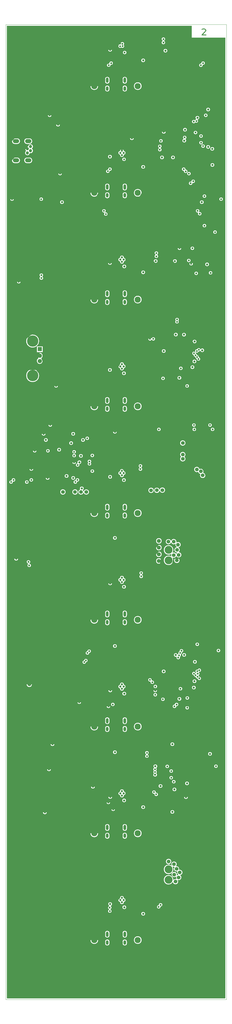
<source format=gbr>
%FSLAX35Y35*%
%MOIN*%
G04 EasyPC Gerber Version 18.0.8 Build 3632 *
%ADD20O,0.03937X0.06693*%
%ADD71O,0.03937X0.07874*%
%ADD70O,0.09449X0.05906*%
%ADD15R,0.06299X0.06299*%
%ADD11C,0.00394*%
%ADD10C,0.00472*%
%ADD12C,0.01181*%
%ADD14C,0.02756*%
%ADD13C,0.03150*%
%ADD19C,0.04724*%
%ADD24C,0.05512*%
%ADD22C,0.05906*%
%ADD16C,0.06299*%
%ADD21C,0.09055*%
%ADD18C,0.11811*%
%ADD17C,0.16929*%
%ADD23C,0.23622*%
X0Y0D02*
D02*
D10*
X78745Y177195D02*
X409454D01*
Y1637038*
X78745*
Y177195*
X407480Y1617323D02*
X357087D01*
Y1635039*
X80709*
Y1182441*
X80669*
Y1097638*
X80709Y1097677*
Y179331*
X80906Y179134*
X407283*
X407480Y179331*
Y1617323*
X85472Y1375591D02*
G75*
G02X91063I2795D01*
G01*
G75*
G02X85472I-2795*
G01*
X87689Y954622D02*
G75*
G02X87638Y955157I2744J535D01*
G01*
G75*
G02X93228I2795*
G01*
G75*
G02X89555Y952504I-2795*
G01*
G75*
G02X89606Y951969I-2744J-535*
G01*
G75*
G02X84016I-2795*
G01*
G75*
G02X87689Y954622I2795*
G01*
X91457Y837008D02*
G75*
G02X97441I2992D01*
G01*
G75*
G02X91457I-2992*
G01*
X95551Y1251850D02*
G75*
G02X101142I2795D01*
G01*
G75*
G02X95551I-2795*
G01*
X95965Y1429290D02*
X92422D01*
G75*
G02Y1438030J4370*
G01*
X95965*
G75*
G02Y1429290J-4370*
G01*
Y1458030D02*
X92422D01*
G75*
G02Y1466770J4370*
G01*
X95965*
G75*
G02Y1458030J-4370*
G01*
X107598Y951969D02*
G75*
G02X113189I2795D01*
G01*
G75*
G02X107598I-2795*
G01*
X109230Y1448031D02*
G75*
G02X112297Y1454832I2090J3149D01*
G01*
G75*
G02X116043Y1458110I3746J-501*
G01*
G75*
G02X118133Y1451181J-3780*
G01*
G75*
G02X115065Y1444381I-2090J-3149*
G01*
G75*
G02X111319Y1441102I-3746J501*
G01*
G75*
G02X109230Y1448031J3780*
G01*
X109244Y1111339D02*
G75*
G02X129008I9882D01*
G01*
G75*
G02X109244I-9882*
G01*
X110000Y649016D02*
G75*
G02X118346I4173D01*
G01*
G75*
G02X110000I-4173*
G01*
X112672Y829617D02*
G75*
G02X110118Y832402I241J2785D01*
G01*
G75*
G02X115709I2795*
G01*
G75*
G02X114257Y829950I-2795*
G01*
G75*
G02X116811Y827165I-241J-2785*
G01*
G75*
G02X111220I-2795*
G01*
G75*
G02X112672Y829617I2795*
G01*
X114173Y971575D02*
G75*
G02X120157I2992D01*
G01*
G75*
G02X114173I-2992*
G01*
X114272Y1429290D02*
X110729D01*
G75*
G02Y1438030J4370*
G01*
X114272*
G75*
G02Y1429290J-4370*
G01*
Y1458030D02*
X110729D01*
G75*
G02Y1466770J4370*
G01*
X114272*
G75*
G02Y1458030J-4370*
G01*
X114370Y955157D02*
G75*
G02X119961I2795D01*
G01*
G75*
G02X114370I-2795*
G01*
X119409Y998740D02*
G75*
G02X125000I2795D01*
G01*
G75*
G02X119409I-2795*
G01*
X125229Y1155299D02*
G75*
G02X109244Y1163071I-6103J7772D01*
G01*
G75*
G02X129008I9882*
G01*
G75*
G02X125535Y1155550I-9882*
G01*
X134363*
Y1146416*
X125229*
Y1155299*
X127481Y1137205D02*
G75*
G02X129795Y1145709I2315J3937D01*
G01*
G75*
G02X132110Y1137205J-4567*
G01*
G75*
G02X129795Y1128701I-2315J-3937*
G01*
G75*
G02X127481Y1137205J4567*
G01*
X129252Y1375591D02*
G75*
G02X134843I2795D01*
G01*
G75*
G02X129252I-2795*
G01*
X130493Y1259572D02*
G75*
G02X129370Y1261811I1673J2239D01*
G01*
G75*
G02X134961I2795*
G01*
G75*
G02X133878Y1259602I-2795*
G01*
G75*
G02X135000Y1257362I-1673J-2239*
G01*
G75*
G02X129409I-2795*
G01*
G75*
G02X130493Y1259572I2795*
G01*
X132638Y1024213D02*
G75*
G02X138622I2992D01*
G01*
G75*
G02X132638I-2992*
G01*
X134449Y457323D02*
G75*
G02X140433I2992D01*
G01*
G75*
G02X134449I-2992*
G01*
X136024Y1014961D02*
G75*
G02X142008I2992D01*
G01*
G75*
G02X136024I-2992*
G01*
X138583Y958110D02*
G75*
G02X144567I2992D01*
G01*
G75*
G02X138583I-2992*
G01*
X139213Y998740D02*
G75*
G02X144803I2795D01*
G01*
G75*
G02X139213I-2795*
G01*
X140630Y521811D02*
G75*
G02X146614I2992D01*
G01*
G75*
G02X140630I-2992*
G01*
X141772Y1501102D02*
G75*
G02X147362I2795D01*
G01*
G75*
G02X141772I-2795*
G01*
X142756Y1037283D02*
G75*
G02X148346I2795D01*
G01*
G75*
G02X142756I-2795*
G01*
X145866Y559409D02*
G75*
G02X151850I2992D01*
G01*
G75*
G02X145866I-2992*
G01*
X151496Y1095866D02*
G75*
G02X157087I2795D01*
G01*
G75*
G02X151496I-2795*
G01*
X154173Y1487047D02*
G75*
G02X160157I2992D01*
G01*
G75*
G02X154173I-2992*
G01*
X155787Y1000394D02*
G75*
G02X161772I2992D01*
G01*
G75*
G02X155787I-2992*
G01*
X157441Y1413819D02*
G75*
G02X163031I2795D01*
G01*
G75*
G02X157441I-2795*
G01*
X160079Y1371063D02*
G75*
G02X166063I2992D01*
G01*
G75*
G02X160079I-2992*
G01*
X160315Y937087D02*
G75*
G02X168661I4173D01*
G01*
G75*
G02X160315I-4173*
G01*
X167008Y961024D02*
G75*
G02X172992I2992D01*
G01*
G75*
G02X167008I-2992*
G01*
X173780Y1010276D02*
G75*
G02X179764I2992D01*
G01*
G75*
G02X173780I-2992*
G01*
X176929Y958110D02*
G75*
G02X182913I2992D01*
G01*
G75*
G02X176929I-2992*
G01*
Y1024173D02*
G75*
G02X182913I2992D01*
G01*
G75*
G02X176929I-2992*
G01*
X178465Y937087D02*
G75*
G02X186811I4173D01*
G01*
G75*
G02X178465I-4173*
G01*
X178543Y981575D02*
G75*
G02X184134I2795D01*
G01*
G75*
G02X178543I-2795*
G01*
Y991575D02*
G75*
G02X184134I2795D01*
G01*
G75*
G02X178543I-2795*
G01*
Y997244D02*
G75*
G02X184134I2795D01*
G01*
G75*
G02X178543I-2795*
G01*
X183457Y954737D02*
G75*
G02X183425Y955157I2763J421D01*
G01*
G75*
G02X189016I2795*
G01*
G75*
G02X185834Y952389I-2795*
G01*
G75*
G02X185866Y951969I-2763J-421*
G01*
G75*
G02X180276I-2795*
G01*
G75*
G02X183457Y954737I2795*
G01*
X186181Y622205D02*
G75*
G02X191772I2795D01*
G01*
G75*
G02X186181I-2795*
G01*
X186458Y980274D02*
G75*
G02X186142Y981614I2676J1339D01*
G01*
G75*
G02X192126I2992*
G01*
G75*
G02X189087Y978622I-2992*
G01*
G75*
G02X189331Y977480I-2552J-1143*
G01*
G75*
G02X183740I-2795*
G01*
G75*
G02X186458Y980274I2795*
G01*
X188465Y991181D02*
G75*
G02X194449I2992D01*
G01*
G75*
G02X188465I-2992*
G01*
X190195Y941039D02*
G75*
G02X189803Y942520I2600J1481D01*
G01*
G75*
G02X195787I2992*
G01*
G75*
G02X194478Y940046I-2992*
G01*
G75*
G02X195551Y938222I-2943J-2959*
G01*
G75*
G02X203740Y937087I4016J-1135*
G01*
G75*
G02X195551Y935951I-4173*
G01*
G75*
G02X187362Y937087I-4016J1135*
G01*
G75*
G02X190195Y941039I4173*
G01*
X191654Y1014961D02*
G75*
G02X197638I2992D01*
G01*
G75*
G02X191654I-2992*
G01*
X196128Y685103D02*
G75*
G02X201693Y684724I2770J-379D01*
G01*
G75*
G02X199187Y681944I-2795*
G01*
G75*
G02X193622Y682323I-2770J379*
G01*
G75*
G02X196128Y685103I2795*
G01*
X198189Y1017480D02*
G75*
G02X203780I2795D01*
G01*
G75*
G02X198189I-2795*
G01*
X201067Y698815D02*
G75*
G02X206654Y698661I2791J-153D01*
G01*
G75*
G02X204011Y695870I-2795*
G01*
G75*
G02X198425Y696024I-2791J153*
G01*
G75*
G02X201067Y698815I2795*
G01*
X202140Y981043D02*
G75*
G02X201457Y982874I2112J1831D01*
G01*
G75*
G02X207047I2795*
G01*
G75*
G02X206364Y981043I-2795J0*
G01*
G75*
G02X207047Y979213I-2112J-1831*
G01*
G75*
G02X201457I-2795*
G01*
G75*
G02X202140Y981043I2795*
G01*
X205787Y968346D02*
G75*
G02X211378I2795D01*
G01*
G75*
G02X205787I-2795*
G01*
Y991811D02*
G75*
G02X211378I2795D01*
G01*
G75*
G02X205787I-2795*
G01*
X206496Y495709D02*
G75*
G02X212480I2992D01*
G01*
G75*
G02X206496I-2992*
G01*
X217461Y266122D02*
G75*
G02X205571I-5945D01*
G01*
G75*
G02X217461I5945*
G01*
Y425965D02*
G75*
G02X205571I-5945D01*
G01*
G75*
G02X217461I5945*
G01*
Y585807D02*
G75*
G02X205571I-5945D01*
G01*
G75*
G02X217461I5945*
G01*
Y745650D02*
G75*
G02X205571I-5945D01*
G01*
G75*
G02X217461I5945*
G01*
Y905492D02*
G75*
G02X205571I-5945D01*
G01*
G75*
G02X217461I5945*
G01*
Y1065335D02*
G75*
G02X205571I-5945D01*
G01*
G75*
G02X217461I5945*
G01*
Y1225177D02*
G75*
G02X205571I-5945D01*
G01*
G75*
G02X217461I5945*
G01*
Y1385020D02*
G75*
G02X205571I-5945D01*
G01*
G75*
G02X217461I5945*
G01*
Y1544862D02*
G75*
G02X205571I-5945D01*
G01*
G75*
G02X217461I5945*
G01*
X227030Y1355478D02*
G75*
G02X223189Y1358071I-1045J2593D01*
G01*
G75*
G02X228780I2795*
G01*
G75*
G02X227695Y1355860I-2795*
G01*
G75*
G02X231535Y1353268I1045J-2593*
G01*
G75*
G02X225945I-2795*
G01*
G75*
G02X227030Y1355478I2795*
G01*
X229803Y472205D02*
G75*
G02X235394I2795D01*
G01*
G75*
G02X229803I-2795*
G01*
X229961Y616102D02*
G75*
G02X235551I2795D01*
G01*
G75*
G02X229961I-2795*
G01*
X231969Y1119843D02*
G75*
G02X237953I2992D01*
G01*
G75*
G02X231969I-2992*
G01*
X232008Y1279921D02*
G75*
G02X237992I2992D01*
G01*
G75*
G02X232008I-2992*
G01*
Y1439213D02*
G75*
G02X237992I2992D01*
G01*
G75*
G02X232008I-2992*
G01*
X232193Y1420080D02*
G75*
G02X232165Y1420472I2767J391D01*
G01*
G75*
G02X237756I2795*
G01*
G75*
G02X234500Y1417715I-2795*
G01*
G75*
G02X234528Y1417323I-2767J-391*
G01*
G75*
G02X228937I-2795*
G01*
G75*
G02X232193Y1420080I2795*
G01*
X232244Y959764D02*
G75*
G02X238228I2992D01*
G01*
G75*
G02X232244I-2992*
G01*
Y1599173D02*
G75*
G02X238228I2992D01*
G01*
G75*
G02X232244I-2992*
G01*
X232323Y800236D02*
G75*
G02X238307I2992D01*
G01*
G75*
G02X232323I-2992*
G01*
X232402Y480472D02*
G75*
G02X238386I2992D01*
G01*
G75*
G02X232402I-2992*
G01*
X232441Y639961D02*
G75*
G02X238425I2992D01*
G01*
G75*
G02X232441I-2992*
G01*
X233765Y317456D02*
G75*
G02X232283Y320039I1510J2583D01*
G01*
G75*
G02X238268I2992*
G01*
G75*
G02X236130Y317172I-2992*
G01*
G75*
G02X235587Y312171I-1484J-2369*
G01*
G75*
G02X237598Y309488I-784J-2683*
G01*
G75*
G02X232008I-2795*
G01*
G75*
G02X233861Y312120I2795*
G01*
G75*
G02X233765Y317456I784J2683*
G01*
X234007Y1578842D02*
G75*
G02X233976Y1579252I2765J411D01*
G01*
G75*
G02X239567I2795*
G01*
G75*
G02X235915Y1576591I-2795*
G01*
G75*
G02X235945Y1576181I-2765J-411*
G01*
G75*
G02X230354I-2795*
G01*
G75*
G02X234007Y1578842I2795*
G01*
X234391Y263876D02*
Y261120D01*
G75*
G02X227619I-3386*
G01*
Y263876*
G75*
G02X234391I3386*
G01*
Y276869D02*
Y272931D01*
G75*
G02X227619I-3386*
G01*
Y276869*
G75*
G02X234391I3386*
G01*
Y423719D02*
Y420963D01*
G75*
G02X227619I-3386*
G01*
Y423719*
G75*
G02X234391I3386*
G01*
Y436711D02*
Y432774D01*
G75*
G02X227619I-3386*
G01*
Y436711*
G75*
G02X234391I3386*
G01*
Y583561D02*
Y580806D01*
G75*
G02X227619I-3386*
G01*
Y583561*
G75*
G02X234391I3386*
G01*
Y596554D02*
Y592617D01*
G75*
G02X227619I-3386*
G01*
Y596554*
G75*
G02X234391I3386*
G01*
Y743404D02*
Y740648D01*
G75*
G02X227619I-3386*
G01*
Y743404*
G75*
G02X234391I3386*
G01*
Y756396D02*
Y752459D01*
G75*
G02X227619I-3386*
G01*
Y756396*
G75*
G02X234391I3386*
G01*
Y903246D02*
Y900491D01*
G75*
G02X227619I-3386*
G01*
Y903246*
G75*
G02X234391I3386*
G01*
Y916239D02*
Y912302D01*
G75*
G02X227619I-3386*
G01*
Y916239*
G75*
G02X234391I3386*
G01*
Y1063089D02*
Y1060333D01*
G75*
G02X227619I-3386*
G01*
Y1063089*
G75*
G02X234391I3386*
G01*
Y1076081D02*
Y1072144D01*
G75*
G02X227619I-3386*
G01*
Y1076081*
G75*
G02X234391I3386*
G01*
Y1222931D02*
Y1220176D01*
G75*
G02X227619I-3386*
G01*
Y1222931*
G75*
G02X234391I3386*
G01*
Y1235924D02*
Y1231987D01*
G75*
G02X227619I-3386*
G01*
Y1235924*
G75*
G02X234391I3386*
G01*
Y1382774D02*
Y1380018D01*
G75*
G02X227619I-3386*
G01*
Y1382774*
G75*
G02X234391I3386*
G01*
Y1395766D02*
Y1391829D01*
G75*
G02X227619I-3386*
G01*
Y1395766*
G75*
G02X234391I3386*
G01*
Y1542617D02*
Y1539861D01*
G75*
G02X227619I-3386*
G01*
Y1542617*
G75*
G02X234391I3386*
G01*
Y1555609D02*
Y1551672D01*
G75*
G02X227619I-3386*
G01*
Y1555609*
G75*
G02X234391I3386*
G01*
X236496Y618937D02*
G75*
G02X242087I2795D01*
G01*
G75*
G02X236496I-2795*
G01*
X237047Y461890D02*
G75*
G02X242638I2795D01*
G01*
G75*
G02X237047I-2795*
G01*
X239409Y547402D02*
G75*
G02X245394I2992D01*
G01*
G75*
G02X239409I-2992*
G01*
Y706417D02*
G75*
G02X245394I2992D01*
G01*
G75*
G02X239409I-2992*
G01*
Y868307D02*
G75*
G02X245394I2992D01*
G01*
G75*
G02X239409I-2992*
G01*
Y1027244D02*
G75*
G02X245394I2992D01*
G01*
G75*
G02X239409I-2992*
G01*
X248180Y1606457D02*
G75*
G02X251994Y1610511I2095J1850D01*
G01*
G75*
G02X255848Y1606526I1667J-2244*
G01*
G75*
G02X252052Y1602448I-2068J-1880*
G01*
G75*
G02X248180Y1606457I-1776J2158*
G01*
X249985Y323020D02*
G75*
G02Y328948I409J2964D01*
G01*
G75*
G02X249961Y329331I2967J381*
G01*
G75*
G02X255945I2992*
G01*
G75*
G02X255920Y328948I-2992J-1*
G01*
G75*
G02Y323020I-409J-2964*
G01*
G75*
G02X255945Y322638I-2967J-381*
G01*
G75*
G02X249961I-2992*
G01*
G75*
G02X249985Y323020I2991J1*
G01*
Y482863D02*
G75*
G02Y488791I409J2964D01*
G01*
G75*
G02X249961Y489173I2967J381*
G01*
G75*
G02X255945I2992*
G01*
G75*
G02X255920Y488791I-2992J-1*
G01*
G75*
G02Y482863I-409J-2964*
G01*
G75*
G02X255945Y482480I-2967J-381*
G01*
G75*
G02X249961I-2992*
G01*
G75*
G02X249985Y482863I2991J1*
G01*
Y642705D02*
G75*
G02Y648633I409J2964D01*
G01*
G75*
G02X249961Y649016I2967J381*
G01*
G75*
G02X255945I2992*
G01*
G75*
G02X255920Y648633I-2992J-1*
G01*
G75*
G02Y642705I-409J-2964*
G01*
G75*
G02X255945Y642323I-2967J-381*
G01*
G75*
G02X249961I-2992*
G01*
G75*
G02X249985Y642705I2991J1*
G01*
Y802548D02*
G75*
G02Y808476I409J2964D01*
G01*
G75*
G02X249961Y808858I2967J381*
G01*
G75*
G02X255945I2992*
G01*
G75*
G02X255920Y808476I-2992J-1*
G01*
G75*
G02Y802548I-409J-2964*
G01*
G75*
G02X255945Y802165I-2967J-381*
G01*
G75*
G02X249961I-2992*
G01*
G75*
G02X249985Y802548I2991J1*
G01*
Y962390D02*
G75*
G02Y968319I409J2964D01*
G01*
G75*
G02X249961Y968701I2967J381*
G01*
G75*
G02X255945I2992*
G01*
G75*
G02X255920Y968319I-2992J-1*
G01*
G75*
G02Y962390I-409J-2964*
G01*
G75*
G02X255945Y962008I-2967J-381*
G01*
G75*
G02X249961I-2992*
G01*
G75*
G02X249985Y962390I2991J1*
G01*
Y1122233D02*
G75*
G02Y1128161I409J2964D01*
G01*
G75*
G02X249961Y1128543I2967J381*
G01*
G75*
G02X255945I2992*
G01*
G75*
G02X255920Y1128161I-2992J-1*
G01*
G75*
G02Y1122233I-409J-2964*
G01*
G75*
G02X255945Y1121850I-2967J-381*
G01*
G75*
G02X249961I-2992*
G01*
G75*
G02X249985Y1122233I2991J1*
G01*
Y1282075D02*
G75*
G02Y1288004I409J2964D01*
G01*
G75*
G02X249961Y1288386I2967J381*
G01*
G75*
G02X255945I2992*
G01*
G75*
G02X255920Y1288004I-2992J-1*
G01*
G75*
G02Y1282075I-409J-2964*
G01*
G75*
G02X255945Y1281693I-2967J-381*
G01*
G75*
G02X249961I-2992*
G01*
G75*
G02X249985Y1282075I2991J1*
G01*
Y1441918D02*
G75*
G02Y1447846I409J2964D01*
G01*
G75*
G02X249961Y1448228I2967J381*
G01*
G75*
G02X255945I2992*
G01*
G75*
G02X255920Y1447846I-2992J-1*
G01*
G75*
G02Y1441918I-409J-2964*
G01*
G75*
G02X255945Y1441535I-2967J-381*
G01*
G75*
G02X249961I-2992*
G01*
G75*
G02X249985Y1441918I2991J1*
G01*
X252953Y954921D02*
G75*
G02X258937I2992D01*
G01*
G75*
G02X252953I-2992*
G01*
X252992Y1114843D02*
G75*
G02X258976I2992D01*
G01*
G75*
G02X252992I-2992*
G01*
X253031Y795118D02*
G75*
G02X259016I2992D01*
G01*
G75*
G02X253031I-2992*
G01*
X253228Y475236D02*
G75*
G02X259213I2992D01*
G01*
G75*
G02X253228I-2992*
G01*
X253346Y1435197D02*
G75*
G02X258937I2795D01*
G01*
G75*
G02X253346I-2795*
G01*
X253425Y635157D02*
G75*
G02X259409I2992D01*
G01*
G75*
G02X253425I-2992*
G01*
X253465Y1274843D02*
G75*
G02X259449I2992D01*
G01*
G75*
G02X253465I-2992*
G01*
X253543Y315236D02*
G75*
G02X259528I2992D01*
G01*
G75*
G02X253543I-2992*
G01*
X254213Y1595118D02*
G75*
G02X259803I2795D01*
G01*
G75*
G02X254213I-2795*
G01*
X260572Y263876D02*
Y261120D01*
G75*
G02X253800I-3386*
G01*
Y263876*
G75*
G02X260572I3386*
G01*
Y276869D02*
Y272931D01*
G75*
G02X253800I-3386*
G01*
Y276869*
G75*
G02X260572I3386*
G01*
Y423719D02*
Y420963D01*
G75*
G02X253800I-3386*
G01*
Y423719*
G75*
G02X260572I3386*
G01*
Y436711D02*
Y432774D01*
G75*
G02X253800I-3386*
G01*
Y436711*
G75*
G02X260572I3386*
G01*
Y583561D02*
Y580806D01*
G75*
G02X253800I-3386*
G01*
Y583561*
G75*
G02X260572I3386*
G01*
Y596554D02*
Y592617D01*
G75*
G02X253800I-3386*
G01*
Y596554*
G75*
G02X260572I3386*
G01*
Y743404D02*
Y740648D01*
G75*
G02X253800I-3386*
G01*
Y743404*
G75*
G02X260572I3386*
G01*
Y756396D02*
Y752459D01*
G75*
G02X253800I-3386*
G01*
Y756396*
G75*
G02X260572I3386*
G01*
Y903246D02*
Y900491D01*
G75*
G02X253800I-3386*
G01*
Y903246*
G75*
G02X260572I3386*
G01*
Y916239D02*
Y912302D01*
G75*
G02X253800I-3386*
G01*
Y916239*
G75*
G02X260572I3386*
G01*
Y1063089D02*
Y1060333D01*
G75*
G02X253800I-3386*
G01*
Y1063089*
G75*
G02X260572I3386*
G01*
Y1076081D02*
Y1072144D01*
G75*
G02X253800I-3386*
G01*
Y1076081*
G75*
G02X260572I3386*
G01*
Y1222931D02*
Y1220176D01*
G75*
G02X253800I-3386*
G01*
Y1222931*
G75*
G02X260572I3386*
G01*
Y1235924D02*
Y1231987D01*
G75*
G02X253800I-3386*
G01*
Y1235924*
G75*
G02X260572I3386*
G01*
Y1382774D02*
Y1380018D01*
G75*
G02X253800I-3386*
G01*
Y1382774*
G75*
G02X260572I3386*
G01*
Y1395766D02*
Y1391829D01*
G75*
G02X253800I-3386*
G01*
Y1395766*
G75*
G02X260572I3386*
G01*
Y1542617D02*
Y1539861D01*
G75*
G02X253800I-3386*
G01*
Y1542617*
G75*
G02X260572I3386*
G01*
Y1555609D02*
Y1551672D01*
G75*
G02X253800I-3386*
G01*
Y1555609*
G75*
G02X260572I3386*
G01*
X264843Y1466772D02*
G75*
G02X270827I2992D01*
G01*
G75*
G02X264843I-2992*
G01*
X279272Y973720D02*
G75*
G02X277874Y976142I1397J2421D01*
G01*
G75*
G02X283465I2795*
G01*
G75*
G02X282066Y973720I-2795*
G01*
G75*
G02X283465Y971299I-1397J-2421*
G01*
G75*
G02X277874I-2795*
G01*
G75*
G02X279272Y973720I2795*
G01*
X280561Y813130D02*
G75*
G02X279016Y815630I1250J2500D01*
G01*
G75*
G02X284606I2795*
G01*
G75*
G02X283061Y813130I-2795*
G01*
G75*
G02X284606Y810630I-1250J-2500*
G01*
G75*
G02X279016I-2795*
G01*
G75*
G02X280561Y813130I2795*
G01*
X281772Y305512D02*
G75*
G02X287756I2992D01*
G01*
G75*
G02X281772I-2992*
G01*
Y465157D02*
G75*
G02X287756I2992D01*
G01*
G75*
G02X281772I-2992*
G01*
Y1265984D02*
G75*
G02X287756I2992D01*
G01*
G75*
G02X281772I-2992*
G01*
Y1423898D02*
G75*
G02X287756I2992D01*
G01*
G75*
G02X281772I-2992*
G01*
Y1583386D02*
G75*
G02X287756I2992D01*
G01*
G75*
G02X281772I-2992*
G01*
X282618Y266122D02*
G75*
G02X270728I-5945D01*
G01*
G75*
G02X282618I5945*
G01*
Y425965D02*
G75*
G02X270728I-5945D01*
G01*
G75*
G02X282618I5945*
G01*
Y585807D02*
G75*
G02X270728I-5945D01*
G01*
G75*
G02X282618I5945*
G01*
Y745650D02*
G75*
G02X270728I-5945D01*
G01*
G75*
G02X282618I5945*
G01*
Y905492D02*
G75*
G02X270728I-5945D01*
G01*
G75*
G02X282618I5945*
G01*
Y1065335D02*
G75*
G02X270728I-5945D01*
G01*
G75*
G02X282618I5945*
G01*
Y1225177D02*
G75*
G02X270728I-5945D01*
G01*
G75*
G02X282618I5945*
G01*
Y1385020D02*
G75*
G02X270728I-5945D01*
G01*
G75*
G02X282618I5945*
G01*
Y1544862D02*
G75*
G02X270728I-5945D01*
G01*
G75*
G02X282618I5945*
G01*
X289183Y544094D02*
G75*
G02X287598Y546614I1210J2520D01*
G01*
G75*
G02X293189I2795*
G01*
G75*
G02X291604Y544094I-2795*
G01*
G75*
G02X293189Y541575I-1210J-2520*
G01*
G75*
G02X287598I-2795*
G01*
G75*
G02X289183Y544094I2795*
G01*
X292441Y939567D02*
G75*
G02X300787I4173D01*
G01*
G75*
G02X292441I-4173*
G01*
X295817Y653100D02*
G75*
G02X292126Y655748I-895J2648D01*
G01*
G75*
G02X297717I2795*
G01*
G75*
G02X297569Y654853I-2795*
G01*
G75*
G02X301260Y652205I895J-2648*
G01*
G75*
G02X295669I-2795*
G01*
G75*
G02X295817Y653100I2795*
G01*
X297500Y1165049D02*
G75*
G02X292205Y1166299I-2500J1250D01*
G01*
G75*
G02X297500Y1167550I2795*
G01*
G75*
G02X302795Y1166299I2500J-1250*
G01*
G75*
G02X297500Y1165049I-2795*
G01*
X300079Y639843D02*
G75*
G02X305669I2795D01*
G01*
G75*
G02X300079I-2795*
G01*
X300118Y633465D02*
G75*
G02X305709I2795D01*
G01*
G75*
G02X300118I-2795*
G01*
X300236Y645866D02*
G75*
G02X305827I2795D01*
G01*
G75*
G02X300236I-2795*
G01*
X300472Y1282874D02*
G75*
G02X306457I2992D01*
G01*
G75*
G02X300472I-2992*
G01*
X300633Y515847D02*
G75*
G02X300635Y519825I1965J1988D01*
G01*
G75*
G02X300966Y524213I1884J2065*
G01*
G75*
G02X300039Y526378I2066J2165*
G01*
G75*
G02X306024I2992*
G01*
G75*
G02X304557Y523804I-2992J0*
G01*
G75*
G02X304483Y519900I-2037J-1914*
G01*
G75*
G02X304637Y515922I-1884J-2065*
G01*
G75*
G02X305669Y513661I-1960J-2261*
G01*
G75*
G02X299685I-2992*
G01*
G75*
G02X300633Y515847I2993*
G01*
X301628Y485006D02*
G75*
G02X298150Y487717I-683J2710D01*
G01*
G75*
G02X303740I2795*
G01*
G75*
G02X303647Y487002I-2796*
G01*
G75*
G02X307126Y484291I683J-2710*
G01*
G75*
G02X301535I-2795*
G01*
G75*
G02X301628Y485006I2796*
G01*
X303241Y1292382D02*
G75*
G02X301772Y1294843I1326J2461D01*
G01*
G75*
G02X307362I2795*
G01*
G75*
G02X305893Y1292382I-2795*
G01*
G75*
G02X307362Y1289921I-1326J-2461*
G01*
G75*
G02X301772I-2795*
G01*
G75*
G02X303241Y1292382I2795*
G01*
X305512Y1030827D02*
G75*
G02X311102I2795D01*
G01*
G75*
G02X305512I-2795*
G01*
X307756Y496791D02*
G75*
G02X313740I2992D01*
G01*
G75*
G02X307756I-2992*
G01*
X308128Y318581D02*
G75*
G02X308110Y318898I2776J318D01*
G01*
G75*
G02X313701I2795*
G01*
G75*
G02X310809Y316104I-2795*
G01*
G75*
G02X310827Y315787I-2776J-318*
G01*
G75*
G02X305236I-2795*
G01*
G75*
G02X308128Y318581I2795*
G01*
X308268Y829449D02*
G75*
G02Y838189J4370D01*
G01*
G75*
G02Y829449J-4370*
G01*
Y839449D02*
G75*
G02Y848189J4370D01*
G01*
G75*
G02Y839449J-4370*
G01*
Y849449D02*
G75*
G02Y858189J4370D01*
G01*
G75*
G02Y849449J-4370*
G01*
Y859449D02*
G75*
G02Y868189J4370D01*
G01*
G75*
G02Y859449J-4370*
G01*
X308556Y1452185D02*
G75*
G02X306929Y1454724I1169J2539D01*
G01*
G75*
G02X312520I2795*
G01*
G75*
G02X310893Y1452185I-2795*
G01*
G75*
G02X312520Y1449646I-1169J-2539*
G01*
G75*
G02X306929I-2795*
G01*
G75*
G02X308556Y1452185I2795*
G01*
X308583Y1462874D02*
G75*
G02X314173I2795D01*
G01*
G75*
G02X308583I-2795*
G01*
X309393Y940323D02*
G75*
G02X317717Y939882I4150J-441D01*
G01*
G75*
G02X309426Y939204I-4173*
G01*
G75*
G02X301102Y939646I-4150J441*
G01*
G75*
G02X309393Y940323I4173*
G01*
X310000Y1438031D02*
G75*
G02X315984I2992D01*
G01*
G75*
G02X310000I-2992*
G01*
X311575Y626693D02*
G75*
G02X317165I2795D01*
G01*
G75*
G02X311575I-2795*
G01*
X311772Y1107244D02*
G75*
G02X317362I2795D01*
G01*
G75*
G02X311772I-2795*
G01*
X312520Y668465D02*
G75*
G02X318504I2992D01*
G01*
G75*
G02X312520I-2992*
G01*
X312638Y1148150D02*
G75*
G02X318622I2992D01*
G01*
G75*
G02X312638I-2992*
G01*
X312717Y1476339D02*
G75*
G02X318701I2992D01*
G01*
G75*
G02X312717I-2992*
G01*
X314000Y1612657D02*
G75*
G02X312283Y1615236I1079J2579D01*
G01*
G75*
G02X317874I2795*
G01*
G75*
G02X316157Y1612657I-2795*
G01*
G75*
G02X317874Y1610079I-1079J-2579*
G01*
G75*
G02X312283I-2795*
G01*
G75*
G02X314000Y1612657I2795*
G01*
X315118Y1597874D02*
G75*
G02X321102I2992D01*
G01*
G75*
G02X315118I-2992*
G01*
X318071Y526181D02*
G75*
G02X323661I2795D01*
G01*
G75*
G02X318071I-2795*
G01*
X318701Y383780D02*
G75*
G02X327047I4173D01*
G01*
G75*
G02X318701I-4173*
G01*
X324016Y509213D02*
G75*
G02X329606I2795D01*
G01*
G75*
G02X324016I-2795*
G01*
Y519213D02*
G75*
G02X329606I2795D01*
G01*
G75*
G02X324016I-2795*
G01*
X325512Y458031D02*
G75*
G02X331496I2992D01*
G01*
G75*
G02X325512I-2992*
G01*
Y559409D02*
G75*
G02X331496I2992D01*
G01*
G75*
G02X325512I-2992*
G01*
X326457Y1438031D02*
G75*
G02X332441I2992D01*
G01*
G75*
G02X326457I-2992*
G01*
X326594Y861390D02*
G75*
G02X318465Y862717I-3957J1327D01*
G01*
G75*
G02X326594Y864043I4173*
G01*
G75*
G02X334582Y861635I3957J-1327*
G01*
G75*
G02X341220Y858268I2465J-3367*
G01*
G75*
G02X337509Y854120I-4173*
G01*
G75*
G02X338170Y847083I-1879J-3726*
G01*
G75*
G02X342165Y842913I-178J-4169*
G01*
G75*
G02X334438Y840727I-4173*
G01*
G75*
G02X329018Y838687I-3769J1793*
G01*
G75*
G02X322835Y827441I-6183J-3923*
G01*
G75*
G02Y842087J7323*
G01*
G75*
G02X326820Y840907J-7322*
G01*
G75*
G02X326869Y844243I3849J1612*
G01*
G75*
G02X322835Y843031I-4033J6112*
G01*
G75*
G02Y857677J7323*
G01*
G75*
G02X328946Y846320J-7323*
G01*
G75*
G02X334224Y844706I1723J-3801*
G01*
G75*
G02X335452Y846224I3769J-1793*
G01*
G75*
G02X335169Y854541I178J4169*
G01*
G75*
G02X333017Y859350I1879J3727*
G01*
G75*
G02X326594Y861390I-2465J3367*
G01*
X327291Y377819D02*
G75*
G02X326850Y379685I3733J1866D01*
G01*
G75*
G02X335197I4173*
G01*
G75*
G02X334111Y376878I-4173J0*
G01*
G75*
G02X338749Y371517I652J-4122*
G01*
G75*
G02X343819Y367441I897J-4076*
G01*
G75*
G02X340379Y363333I-4173*
G01*
G75*
G02X336692Y355930I-2347J-3451*
G01*
G75*
G02X337362Y353661I-3503J-2268*
G01*
G75*
G02X329133Y352681I-4173*
G01*
G75*
G02X322835Y349094I-6298J3736*
G01*
G75*
G02Y363740J7323*
G01*
G75*
G02X330157Y356529J-7323*
G01*
G75*
G02X334528Y357614I3032J-2867*
G01*
G75*
G02X334002Y360968I3504J2268*
G01*
G75*
G02X327205Y364213I-2624J3245*
G01*
G75*
G02X335551I4173*
G01*
G75*
G02X335407Y363127I-4174*
G01*
G75*
G02X337299Y363990I2624J-3245*
G01*
G75*
G02X335661Y368680I2347J3451*
G01*
G75*
G02X331676Y375563I-897J4076*
G01*
G75*
G02X328920Y376080I-652J4122*
G01*
G75*
G02X322835Y364685I-6086J-4072*
G01*
G75*
G02Y379331J7323*
G01*
G75*
G02X327291Y377819J-7323*
G01*
X327835Y503228D02*
G75*
G02X333425I2795D01*
G01*
G75*
G02X327835I-2795*
G01*
X328661Y491693D02*
G75*
G02X334646I2992D01*
G01*
G75*
G02X328661I-2992*
G01*
X329331Y1282874D02*
G75*
G02X335315I2992D01*
G01*
G75*
G02X329331I-2992*
G01*
X330709Y1172756D02*
G75*
G02X336693I2992D01*
G01*
G75*
G02X330709I-2992*
G01*
X331063Y834646D02*
G75*
G02X339409I4173D01*
G01*
G75*
G02X331063I-4173*
G01*
X332010Y618835D02*
G75*
G02X332008Y618937I2794J105D01*
G01*
G75*
G02X337598I2795*
G01*
G75*
G02X334447Y616165I-2795*
G01*
G75*
G02X334449Y616063I-2795J-105*
G01*
G75*
G02X328858I-2795*
G01*
G75*
G02X332010Y618835I2795*
G01*
X333309Y1193700D02*
G75*
G02X332795Y1195315I2281J1616D01*
G01*
G75*
G02X338386I2795*
G01*
G75*
G02X337754Y1193544I-2795*
G01*
G75*
G02X338268Y1191929I-2281J-1616*
G01*
G75*
G02X332677I-2795*
G01*
G75*
G02X333309Y1193700I2795*
G01*
X334777Y690249D02*
G75*
G02X330591Y692992I-1194J2743D01*
G01*
G75*
G02X336350Y694131I2992*
G01*
G75*
G02X337516Y695109I2312J-1572*
G01*
G75*
G02X339474Y698734I2641J915*
G01*
G75*
G02X339409Y699331I2731J597*
G01*
G75*
G02X345000I2795*
G01*
G75*
G02X342888Y696620I-2795*
G01*
G75*
G02X341303Y693474I-2731J-597*
G01*
G75*
G02X339941Y690074I-2641J-915*
G01*
G75*
G02X340118Y689094I-2619J-980*
G01*
G75*
G02X334528I-2795*
G01*
G75*
G02X334777Y690249I2796J0*
G01*
X336063Y627283D02*
G75*
G02X342047I2992D01*
G01*
G75*
G02X336063I-2992*
G01*
Y1107992D02*
G75*
G02X342047I2992D01*
G01*
G75*
G02X336063I-2992*
G01*
X336378Y1302008D02*
G75*
G02X341969I2795D01*
G01*
G75*
G02X336378I-2795*
G01*
X337874Y642480D02*
G75*
G02X343465I2795D01*
G01*
G75*
G02X337874I-2795*
G01*
X338386Y1122244D02*
G75*
G02X343976I2795D01*
G01*
G75*
G02X338386I-2795*
G01*
X339921Y1010433D02*
G75*
G02X348268I4173D01*
G01*
G75*
G02X339921I-4173*
G01*
X341357Y989961D02*
G75*
G02X339921Y993110I2738J3150D01*
G01*
G75*
G02X348268I4173*
G01*
G75*
G02X346832Y989961I-4173*
G01*
G75*
G02X348268Y986811I-2738J-3150*
G01*
G75*
G02X339921I-4173*
G01*
G75*
G02X341357Y989961I4173*
G01*
X342992Y1172638D02*
G75*
G02X348976I2992D01*
G01*
G75*
G02X342992I-2992*
G01*
X343150Y693110D02*
G75*
G02X349134I2992D01*
G01*
G75*
G02X343150I-2992*
G01*
X344449Y1479567D02*
G75*
G02X350433I2992D01*
G01*
G75*
G02X344449I-2992*
G01*
X345114Y1465901D02*
G75*
G02X344173Y1467992I1855J2091D01*
G01*
G75*
G02X349764I2795*
G01*
G75*
G02X348261Y1465514I-2795*
G01*
G75*
G02X349370Y1463189I-1883J-2325*
G01*
G75*
G02X343386I-2992*
G01*
G75*
G02X345114Y1465901I2992*
G01*
X345751Y1417691D02*
G75*
G02X342677Y1420472I-279J2781D01*
G01*
G75*
G02X348268I2795*
G01*
G75*
G02X348225Y1419986I-2794J-1*
G01*
G75*
G02X351299Y1417205I279J-2781*
G01*
G75*
G02X345709I-2795*
G01*
G75*
G02X345751Y1417691I2794J1*
G01*
X345945Y480157D02*
G75*
G02X351929I2992D01*
G01*
G75*
G02X345945I-2992*
G01*
X347480Y500748D02*
G75*
G02X353465I2992D01*
G01*
G75*
G02X347480I-2992*
G01*
X347874Y1095866D02*
G75*
G02X353465I2795D01*
G01*
G75*
G02X347874I-2795*
G01*
X347953Y613976D02*
G75*
G02X353543I2795D01*
G01*
G75*
G02X347953I-2795*
G01*
X348110Y628622D02*
G75*
G02X353701I2795D01*
G01*
G75*
G02X348110I-2795*
G01*
X350354Y1283740D02*
G75*
G02X355945I2795D01*
G01*
G75*
G02X350354I-2795*
G01*
X350512Y1413819D02*
G75*
G02X356102I2795D01*
G01*
G75*
G02X350512I-2795*
G01*
X353898Y1278858D02*
G75*
G02X359488I2795D01*
G01*
G75*
G02X353898I-2795*
G01*
X355630Y1123976D02*
G75*
G02X361614I2992D01*
G01*
G75*
G02X355630I-2992*
G01*
X355709Y1302008D02*
G75*
G02X361299I2795D01*
G01*
G75*
G02X355709I-2795*
G01*
X356994Y1401905D02*
G75*
G02X356969Y1402283I2770J378D01*
G01*
G75*
G02X362559I2795*
G01*
G75*
G02X358675Y1399709I-2795*
G01*
G75*
G02X358701Y1399331I-2771J-378*
G01*
G75*
G02X353110I-2795*
G01*
G75*
G02X356994Y1401905I2795*
G01*
X357717Y644213D02*
G75*
G02X363701I2992D01*
G01*
G75*
G02X357717I-2992*
G01*
X358031Y1037283D02*
G75*
G02X363622I2795D01*
G01*
G75*
G02X358031I-2795*
G01*
X358583Y1132598D02*
G75*
G02X364567I2992D01*
G01*
G75*
G02X358583I-2992*
G01*
X358622Y1030827D02*
G75*
G02X364213I2795D01*
G01*
G75*
G02X358622I-2795*
G01*
X358701Y653701D02*
G75*
G02X364685I2992D01*
G01*
G75*
G02X358701I-2992*
G01*
X358740Y1162362D02*
G75*
G02X364724I2992D01*
G01*
G75*
G02X358740I-2992*
G01*
X359291Y682795D02*
G75*
G02X365276I2992D01*
G01*
G75*
G02X359291I-2992*
G01*
X360317Y1141961D02*
G75*
G02X358150Y1144685I628J2724D01*
G01*
G75*
G02X362770Y1146802I2795*
G01*
G75*
G02X365474Y1150970I2427J1387*
G01*
G75*
G02X370770Y1150899I2636J-931*
G01*
G75*
G02X376260Y1149252I2498J-1647*
G01*
G75*
G02X370392Y1148425I-2992*
G01*
G75*
G02X367833Y1147258I-2282J1614*
G01*
G75*
G02X363372Y1146072I-2636J931*
G01*
G75*
G02X363740Y1144685I-2428J-1387*
G01*
G75*
G02X363738Y1144574I-2792J4*
G01*
G75*
G02X365906Y1141876I-628J-2724*
G01*
G75*
G02X368425Y1139094I-276J-2781*
G01*
G75*
G02X368418Y1138893I-2795J-3*
G01*
G75*
G02X370394Y1136220I-820J-2672*
G01*
G75*
G02X364803I-2795*
G01*
G75*
G02X364810Y1136422I2795J3*
G01*
G75*
G02X362835Y1139069I820J2672*
G01*
G75*
G02X360315Y1141850I276J2781*
G01*
G75*
G02X360317Y1141961I2792J-4*
G01*
X360394Y1475354D02*
G75*
G02X365984I2795D01*
G01*
G75*
G02X360394I-2795*
G01*
X360564Y662486D02*
G75*
G02X357953Y665276I184J2789D01*
G01*
G75*
G02X363530Y665545I2795*
G01*
G75*
G02X363796Y665515I-184J-2789*
G01*
G75*
G02X364149Y666416I2739J-555*
G01*
G75*
G02X366345Y671376I1717J2206*
G01*
G75*
G02X371693Y670236I2552J-1140*
G01*
G75*
G02X368419Y667482I-2795*
G01*
G75*
G02X368252Y667167I-2551J1141*
G01*
G75*
G02X367828Y662482I-1717J-2206*
G01*
G75*
G02X368824Y660748I-1766J-2167*
G01*
G75*
G02X371654Y657953I34J-2795*
G01*
G75*
G02X366097Y657520I-2795*
G01*
G75*
G02X363290Y659961I-34J2795*
G01*
G75*
G02X360564Y662486I56J2795*
G01*
X361457Y1264488D02*
G75*
G02X367047I2795D01*
G01*
G75*
G02X361457I-2795*
G01*
X362081Y1494006D02*
G75*
G02X363996Y1495278I2367J-1486D01*
G01*
G75*
G02X363071Y1497441I2067J2163*
G01*
G75*
G02X369055I2992*
G01*
G75*
G02X366448Y1494474I-2992*
G01*
G75*
G02X362879Y1490207I-1999J-1954*
G01*
G75*
G02X357717Y1491693I-2367J1486*
G01*
G75*
G02X362081Y1494006I2795*
G01*
X363031Y708976D02*
G75*
G02X368622I2795D01*
G01*
G75*
G02X363031I-2795*
G01*
X367078Y967043D02*
G75*
G02X360984Y970748I-1920J3705D01*
G01*
G75*
G02X369221Y971697I4173*
G01*
G75*
G02X374833Y966044I1920J-3705*
G01*
G75*
G02X378110Y961969I-896J-4076*
G01*
G75*
G02X369764I-4173*
G01*
G75*
G02X370246Y963916I4173*
G01*
G75*
G02X367078Y967043I896J4076*
G01*
X367264Y1355433D02*
G75*
G02X363543Y1358071I-926J2638D01*
G01*
G75*
G02X369134I2795*
G01*
G75*
G02X368563Y1356378I-2795J0*
G01*
G75*
G02X372283Y1353740I925J-2638*
G01*
G75*
G02X366693I-2795*
G01*
G75*
G02X367264Y1355433I2795J0*
G01*
X368701Y1460079D02*
G75*
G02X374291I2795D01*
G01*
G75*
G02X368701I-2795*
G01*
Y1470079D02*
G75*
G02X374291I2795D01*
G01*
G75*
G02X368701I-2795*
G01*
X369646Y1371063D02*
G75*
G02X375630I2992D01*
G01*
G75*
G02X369646I-2992*
G01*
X371772Y1454961D02*
G75*
G02X377362I2795D01*
G01*
G75*
G02X371772I-2795*
G01*
X371807Y1578812D02*
G75*
G02X371772Y1579252I2760J441D01*
G01*
G75*
G02X377362I2795*
G01*
G75*
G02X374059Y1576503I-2795*
G01*
G75*
G02X374094Y1576063I-2761J-441*
G01*
G75*
G02X368504I-2795*
G01*
G75*
G02X371807Y1578812I2795*
G01*
X373780Y1335866D02*
G75*
G02X379370I2795D01*
G01*
G75*
G02X373780I-2795*
G01*
Y1380079D02*
G75*
G02X379370I2795D01*
G01*
G75*
G02X373780I-2795*
G01*
X375787Y1501102D02*
G75*
G02X381378I2795D01*
G01*
G75*
G02X375787I-2795*
G01*
X377598Y1277913D02*
G75*
G02X383583I2992D01*
G01*
G75*
G02X377598I-2992*
G01*
X379173Y1453780D02*
G75*
G02X385157I2992D01*
G01*
G75*
G02X379173I-2992*
G01*
Y1509803D02*
G75*
G02X385157I2992D01*
G01*
G75*
G02X379173I-2992*
G01*
X381929Y544921D02*
G75*
G02X387913I2992D01*
G01*
G75*
G02X381929I-2992*
G01*
X382165Y1037283D02*
G75*
G02X387756I2795D01*
G01*
G75*
G02X382165I-2795*
G01*
X382953Y1265236D02*
G75*
G02X388543I2795D01*
G01*
G75*
G02X382953I-2795*
G01*
X385295Y1450866D02*
G75*
G02X391280I2992D01*
G01*
G75*
G02X385295I-2992*
G01*
X385551Y1426772D02*
G75*
G02X391535I2992D01*
G01*
G75*
G02X385551I-2992*
G01*
X386024Y1030827D02*
G75*
G02X391614I2795D01*
G01*
G75*
G02X386024I-2795*
G01*
X389646Y1326260D02*
G75*
G02X395236I2795D01*
G01*
G75*
G02X389646I-2795*
G01*
X391063Y526417D02*
G75*
G02X396654I2795D01*
G01*
G75*
G02X391063I-2795*
G01*
X394803Y699685D02*
G75*
G02X400394I2795D01*
G01*
G75*
G02X394803I-2795*
G01*
X398740Y1375591D02*
G75*
G02X404331I2795D01*
G01*
G75*
G02X398740I-2795*
G01*
X80709D02*
G36*
Y1371063D01*
X160079*
G75*
G02X166063I2992*
G01*
X369646*
G75*
G02X375630I2992*
G01*
X407480*
Y1375591*
X404331*
G75*
G02X398740I-2795*
G01*
X134843*
G75*
G02X129252I-2795*
G01*
X91063*
G75*
G02X85472I-2795*
G01*
X80709*
G37*
X85472D02*
G36*
G75*
G02X91063I2795D01*
G01*
X129252*
G75*
G02X134843I2795*
G01*
X398740*
G75*
G02X404331I2795*
G01*
X407480*
Y1380079*
X379370*
G75*
G02X373780I-2795*
G01*
X279979*
G75*
G02X273367I-3306J4941*
G01*
X260572*
Y1380018*
G75*
G02X253800I-3386*
G01*
Y1380079*
X234391*
Y1380018*
G75*
G02X227619I-3386*
G01*
Y1380079*
X214822*
G75*
G02X208210I-3306J4941*
G01*
X80709*
Y1375591*
X85472*
G37*
X80709Y953563D02*
G36*
Y937087D01*
X160315*
G75*
G02X168661I4173*
G01*
X178465*
G75*
G02X186811I4173*
G01*
X187362*
G75*
G02X190195Y941039I4173*
G01*
G75*
G02X189803Y942520I2600J1481*
G01*
G75*
G02X195787I2992*
G01*
G75*
G02X194478Y940046I-2992*
G01*
G75*
G02X195551Y938222I-2943J-2959*
G01*
G75*
G02X203740Y937087I4016J-1135*
G01*
X293258*
G75*
G02X292441Y939567I3356J2480*
G01*
G75*
G02X300787I4173*
G01*
G75*
G02X299970Y937087I-4173*
G01*
X301979*
G75*
G02X301102Y939646I3297J2559*
G01*
G75*
G02X309393Y940323I4173*
G01*
G75*
G02X317717Y939882I4150J-441*
G01*
G75*
G02X316642Y937087I-4173*
G01*
X407480*
Y953563*
X258611*
G75*
G02X253279I-2666J1358*
G01*
X188517*
G75*
G02X185834Y952389I-2296J1594*
G01*
G75*
G02X185866Y951969I-2763J-421*
G01*
G75*
G02X180276I-2795*
G01*
G75*
G02X180775Y953563I2795J0*
G01*
X119461*
G75*
G02X114869I-2296J1594*
G01*
X112690*
G75*
G02X113189Y951969I-2296J-1594*
G01*
G75*
G02X107598I-2795*
G01*
G75*
G02X108098Y953563I2795J0*
G01*
X92729*
G75*
G02X89555Y952504I-2296J1594*
G01*
G75*
G02X89606Y951969I-2744J-535*
G01*
G75*
G02X84016I-2795*
G01*
G75*
G02X84515Y953563I2795J0*
G01*
X80709*
G37*
X84515D02*
G36*
G75*
G02X87689Y954622I2296J-1594D01*
G01*
G75*
G02X87638Y955157I2744J535*
G01*
G75*
G02X93228I2795*
G01*
G75*
G02X92729Y953563I-2795J0*
G01*
X108098*
G75*
G02X112690I2296J-1594*
G01*
X114869*
G75*
G02X114370Y955157I2296J1594*
G01*
G75*
G02X119961I2795*
G01*
G75*
G02X119461Y953563I-2795*
G01*
X180775*
G75*
G02X183457Y954737I2296J-1594*
G01*
G75*
G02X183425Y955157I2763J421*
G01*
G75*
G02X189016I2795*
G01*
G75*
G02X188517Y953563I-2795*
G01*
X253279*
G75*
G02X252953Y954921I2666J1358*
G01*
G75*
G02X258937I2992*
G01*
G75*
G02X258611Y953563I-2992*
G01*
X407480*
Y958110*
X375528*
G75*
G02X372346I-1591J3858*
G01*
X237730*
G75*
G02X232743I-2494J1654*
G01*
X182913*
G75*
G02X176929I-2992*
G01*
X170682*
G75*
G02X169318I-682J2913*
G01*
X144567*
G75*
G02X138583I-2992*
G01*
X80709*
Y953563*
X84515*
G37*
X80709Y837008D02*
G36*
Y829783D01*
X111933*
G75*
G02X110118Y832402I980J2618*
G01*
G75*
G02X115709I2795*
G01*
G75*
G02X114257Y829950I-2795*
G01*
G75*
G02X114996Y829783I-241J-2785*
G01*
X306591*
G75*
G02X305280Y837008I1677J4035*
G01*
X97441*
G75*
G02X91457I-2992*
G01*
X80709*
G37*
X91457D02*
G36*
G75*
G02X97441I2992D01*
G01*
X305280*
G75*
G02X308268Y838189I2988J-3189*
G01*
G75*
G02X311256Y837008J-4370*
G01*
X315864*
G75*
G02X322835Y842087I6970J-2244*
G01*
G75*
G02X326820Y840907J-7322*
G01*
G75*
G02X326869Y844243I3849J1612*
G01*
G75*
G02X322835Y843031I-4033J6112*
G01*
G75*
G02X319531Y843819J7323*
G01*
X312638*
G75*
G02X308268Y839449I-4370*
G01*
G75*
G02X303898Y843819J4370*
G01*
X80709*
Y837008*
X91457*
G37*
X311256Y837006D02*
G36*
G75*
G02X309945Y829782I-2988J-3189D01*
G01*
X317466*
G75*
G02X315864Y837006I5369J4980*
G01*
X311256*
G37*
X329805Y837008D02*
G36*
G75*
G02X328203Y829783I-6970J-2244D01*
G01*
X407480*
Y837008*
X338676*
G75*
G02X339409Y834646I-3440J-2363*
G01*
G75*
G02X331063I-4173*
G01*
G75*
G02X331796Y837008I4173J0*
G01*
X329805*
G37*
X331796D02*
G36*
G75*
G02X338676I3440J-2362D01*
G01*
X407480*
Y843819*
X342066*
G75*
G02X342165Y842913I-4074J-906*
G01*
G75*
G02X334438Y840727I-4173*
G01*
G75*
G02X329018Y838687I-3769J1793*
G01*
G75*
G02X329805Y837008I-6183J-3924*
G01*
X331796*
G37*
X80709Y1251850D02*
G36*
Y1233955D01*
X227619*
Y1235924*
G75*
G02X234391I3386*
G01*
Y1233955*
X253800*
Y1235924*
G75*
G02X260572I3386*
G01*
Y1233955*
X407480*
Y1251850*
X101142*
G75*
G02X95551I-2795*
G01*
X80709*
G37*
X95551D02*
G36*
G75*
G02X101142I2795D01*
G01*
X407480*
Y1259587*
X133898*
G75*
G02X135000Y1257362I-1693J-2224*
G01*
G75*
G02X129409I-2795*
G01*
G75*
G02X130493Y1259572I2795*
G01*
G75*
G02X130473Y1259587I1684J2237*
G01*
X80709*
Y1251850*
X95551*
G37*
X80709Y1433660D02*
G36*
Y1423898D01*
X281772*
G75*
G02X287756I2992*
G01*
X387711*
G75*
G02X385551Y1426772I832J2874*
G01*
G75*
G02X391535I2992*
G01*
G75*
G02X389376Y1423898I-2992*
G01*
X407480*
Y1433660*
X258476*
G75*
G02X253807I-2335J1537*
G01*
X118643*
G75*
G02X114272Y1429290I-4370*
G01*
X110729*
G75*
G02X106359Y1433660J4370*
G01*
X100335*
G75*
G02X95965Y1429290I-4370*
G01*
X92422*
G75*
G02X88052Y1433660J4370*
G01*
X80709*
G37*
X88052D02*
G36*
G75*
G02X92422Y1438030I4370D01*
G01*
X95965*
G75*
G02X100335Y1433660J-4370*
G01*
X106359*
G75*
G02X110729Y1438030I4370*
G01*
X114272*
G75*
G02X118643Y1433660J-4370*
G01*
X253807*
G75*
G02X253346Y1435197I2335J1537*
G01*
G75*
G02X258937I2795*
G01*
G75*
G02X258476Y1433660I-2795J0*
G01*
X407480*
Y1439213*
X332198*
G75*
G02X332441Y1438031I-2749J-1181*
G01*
G75*
G02X326457I-2992*
G01*
G75*
G02X326700Y1439213I2992*
G01*
X315741*
G75*
G02X315984Y1438031I-2749J-1181*
G01*
G75*
G02X310000I-2992*
G01*
G75*
G02X310243Y1439213I2992*
G01*
X254839*
G75*
G02X251067I-1886J2323*
G01*
X237992*
G75*
G02X232008I-2992*
G01*
X80709*
Y1433660*
X88052*
G37*
X80709Y1462400D02*
G36*
Y1454961D01*
X112317*
G75*
G02X116043Y1458110I3727J-630*
G01*
G75*
G02X119770Y1454961J-3780*
G01*
X306939*
G75*
G02X312510I2785J-236*
G01*
X371772*
G75*
G02X377362I2795*
G01*
X379416*
G75*
G02X384915I2749J-1181*
G01*
X407480*
Y1462400*
X373054*
G75*
G02X374291Y1460079I-1557J-2321*
G01*
G75*
G02X368701I-2795*
G01*
G75*
G02X369939Y1462400I2795*
G01*
X349264*
G75*
G02X343492I-2886J789*
G01*
X314133*
G75*
G02X308623I-2755J474*
G01*
X118643*
G75*
G02X114272Y1458030I-4370*
G01*
X110729*
G75*
G02X106359Y1462400J4370*
G01*
X100335*
G75*
G02X95965Y1458030I-4370*
G01*
X92422*
G75*
G02X88052Y1462400J4370*
G01*
X80709*
G37*
X88052D02*
G36*
G75*
G02X92422Y1466770I4370D01*
G01*
X95965*
G75*
G02X100335Y1462400J-4370*
G01*
X106359*
G75*
G02X110729Y1466770I4370*
G01*
X114272*
G75*
G02X118643Y1462400J-4370*
G01*
X308623*
G75*
G02X308583Y1462874I2755J474*
G01*
G75*
G02X314173I2795*
G01*
G75*
G02X314133Y1462400I-2795J0*
G01*
X343492*
G75*
G02X343386Y1463189I2886J789*
G01*
G75*
G02X345114Y1465901I2992*
G01*
G75*
G02X344454Y1466772I1854J2092*
G01*
X270827*
G75*
G02X264843I-2992*
G01*
X80709*
Y1462400*
X88052*
G37*
X369939D02*
G36*
G75*
G02X373054I1557J-2321D01*
G01*
X407480*
Y1466772*
X349483*
G75*
G02X348261Y1465514I-2515J1220*
G01*
G75*
G02X349370Y1463189I-1883J-2325*
G01*
G75*
G02X349264Y1462400I-2992*
G01*
X369939*
G37*
X80709Y1449606D02*
G36*
Y1439213D01*
X232008*
G75*
G02X237992I2992*
G01*
X251067*
G75*
G02X249961Y1441535I1886J2323*
G01*
G75*
G02X249985Y1441918I2991J1*
G01*
G75*
G02Y1447846I409J2964*
G01*
G75*
G02X249961Y1448228I2967J381*
G01*
G75*
G02X250297Y1449606I2992*
G01*
X119479*
G75*
G02X115065Y1444381I-3436J-1574*
G01*
G75*
G02X111319Y1441102I-3746J501*
G01*
G75*
G02X109230Y1448031J3780*
G01*
G75*
G02X107883Y1449606I2089J3150*
G01*
X80709*
G37*
X107883D02*
G36*
G75*
G02X112297Y1454832I3436J1574D01*
G01*
G75*
G02X112317Y1454961I3748J-496*
G01*
X80709*
Y1449606*
X107883*
G37*
X250297D02*
G36*
G75*
G02X255609I2656J-1378D01*
G01*
X306929*
G75*
G02Y1449646I2795J20*
G01*
G75*
G02X308556Y1452185I2795*
G01*
G75*
G02X306929Y1454724I1169J2539*
G01*
G75*
G02X306939Y1454961I2795J2*
G01*
X119770*
G75*
G02X118133Y1451181I-3727J-630*
G01*
G75*
G02X119479Y1449606I-2089J-3150*
G01*
X250297*
G37*
X255609D02*
G36*
G75*
G02X255945Y1448228I-2656J-1378D01*
G01*
G75*
G02X255920Y1447846I-2992J-1*
G01*
G75*
G02Y1441918I-409J-2964*
G01*
G75*
G02X255945Y1441535I-2967J-381*
G01*
G75*
G02X254839Y1439213I-2992*
G01*
X310243*
G75*
G02X315741I2749J-1181*
G01*
X326700*
G75*
G02X332198I2749J-1181*
G01*
X407480*
Y1449606*
X391001*
G75*
G02X385574I-2714J1260*
G01*
X312520*
G75*
G02X306929I-2795J39*
G01*
X255609*
G37*
X385574D02*
G36*
G75*
G02X385295Y1450866I2714J1260D01*
G01*
G75*
G02X391280I2992*
G01*
G75*
G02X391001Y1449606I-2992J0*
G01*
X407480*
Y1454961*
X384915*
G75*
G02X385157Y1453780I-2749J-1181*
G01*
G75*
G02X379173I-2992*
G01*
G75*
G02X379416Y1454961I2992*
G01*
X377362*
G75*
G02X371772I-2795*
G01*
X312510*
G75*
G02X312520Y1454724I-2786J-234*
G01*
G75*
G02X310893Y1452185I-2795*
G01*
G75*
G02X312520Y1449646I-1169J-2539*
G01*
G75*
G02Y1449606I-2799J-20*
G01*
X385574*
G37*
X80670Y1111337D02*
G36*
Y1107243D01*
X110132*
G75*
G02X109244Y1111337I8994J4094*
G01*
X80670*
G37*
X109244D02*
G36*
G75*
G02X109886Y1114841I9882D01*
G01*
X80670*
Y1111337*
X109244*
G37*
X129008Y1111339D02*
G36*
G75*
G02X128120Y1107244I-9882D01*
G01*
X311772*
G75*
G02X317362I2795*
G01*
X336158*
G75*
G02X336063Y1107992I2897J748*
G01*
G75*
G02X342047I2992*
G01*
G75*
G02X341952Y1107244I-2993J0*
G01*
X407480*
Y1111339*
X129008*
G37*
X407480D02*
G36*
Y1114843D01*
X258976*
G75*
G02X252992I-2992*
G01*
X128366*
G75*
G02X129008Y1111339I-9240J-3504*
G01*
X407480*
G37*
X80709Y649014D02*
G36*
Y645865D01*
X111435*
G75*
G02X110000Y649014I2738J3150*
G01*
X80709*
G37*
X110000Y649016D02*
G36*
G75*
G02X118346I4173D01*
G01*
X249961*
G75*
G02X255945I2992*
G01*
X407480*
Y653976*
X364672*
G75*
G02X364685Y653701I-2980J-274*
G01*
G75*
G02X358701I-2992*
G01*
G75*
G02X358713Y653976I2992J1*
G01*
X300627*
G75*
G02X301260Y652205I-2162J-1772*
G01*
G75*
G02X295669I-2795*
G01*
G75*
G02X295817Y653100I2795*
G01*
G75*
G02X292759Y653976I-895J2648*
G01*
X80709*
Y649016*
X110000*
G37*
X118346D02*
G36*
G75*
G02X116911Y645866I-4173D01*
G01*
X247408*
G75*
G02X249985Y648633I2986J-197*
G01*
G75*
G02X249961Y649016I2967J381*
G01*
X118346*
G37*
X255945D02*
G36*
G75*
G02X255920Y648633I-2992J-1D01*
G01*
G75*
G02X258498Y645866I-409J-2964*
G01*
X300236*
G75*
G02X305827I2795*
G01*
X358215*
G75*
G02X363202I2494J-1654*
G01*
X407480*
Y649016*
X255945*
G37*
X80709Y829783D02*
G36*
Y813130D01*
X280561*
G75*
G02X279016Y815630I1250J2500*
G01*
G75*
G02X284606I2795*
G01*
G75*
G02X283061Y813130I-2795*
G01*
X407480*
Y829783*
X328203*
G75*
G02X322835Y827441I-5369J4980*
G01*
G75*
G02X317466Y829783J7323*
G01*
X309945*
G75*
G02X308268Y829449I-1677J4035*
G01*
G75*
G02X306591Y829783J4370*
G01*
X114996*
G75*
G02X116811Y827165I-980J-2618*
G01*
G75*
G02X111220I-2795*
G01*
G75*
G02X112672Y829617I2795*
G01*
G75*
G02X111933Y829783I241J2785*
G01*
X80709*
G37*
Y971575D02*
G36*
Y968346D01*
X205787*
G75*
G02X211378I2795*
G01*
X249981*
G75*
G02X249961Y968701I2970J353*
G01*
G75*
G02X252120Y971575I2992*
G01*
X120157*
G75*
G02X114173I-2992*
G01*
X80709*
G37*
X114173D02*
G36*
G75*
G02X120157I2992D01*
G01*
X252120*
G75*
G02X253785I832J-2874*
G01*
X277888*
G75*
G02X279272Y973720I2781J-276*
G01*
G75*
G02X277874Y976142I1397J2421*
G01*
G75*
G02X283465I2795*
G01*
G75*
G02X282066Y973720I-2795*
G01*
G75*
G02X283451Y971575I-1397J-2421*
G01*
X361067*
G75*
G02X369221Y971697I4091J-827*
G01*
G75*
G02X373282Y971575I1920J-3705*
G01*
X407480*
Y981575*
X206727*
G75*
G02X206364Y981043I-2475J1299*
G01*
G75*
G02X207047Y979213I-2112J-1831*
G01*
G75*
G02X201457I-2795*
G01*
G75*
G02X202140Y981043I2795*
G01*
G75*
G02X201777Y981575I2112J1831*
G01*
X192126*
G75*
G02X189087Y978622I-2992J39*
G01*
G75*
G02X189331Y977480I-2552J-1143*
G01*
G75*
G02X183740I-2795*
G01*
G75*
G02X186458Y980274I2795*
G01*
G75*
G02X186142Y981575I2676J1340*
G01*
X184134*
G75*
G02X178543I-2795*
G01*
X80709*
Y971575*
X114173*
G37*
X253785D02*
G36*
G75*
G02X255945Y968701I-832J-2874D01*
G01*
G75*
G02X255924Y968346I-2992J-2*
G01*
X361744*
G75*
G02X360984Y970748I3413J2402*
G01*
G75*
G02X361067Y971575I4173J0*
G01*
X283451*
G75*
G02X283465Y971299I-2781J-277*
G01*
G75*
G02X277874I-2795*
G01*
G75*
G02X277888Y971575I2795J-2*
G01*
X253785*
G37*
X373282Y971573D02*
G36*
G75*
G02X375300Y968345I-2140J-3583D01*
G01*
X407481*
Y971573*
X373282*
G37*
X80709Y998740D02*
G36*
Y991575D01*
X178543*
G75*
G02X184134I2795*
G01*
X188491*
G75*
G02X194423I2966J-394*
G01*
X205797*
G75*
G02X205787Y991811I2785J234*
G01*
G75*
G02X211378I2795*
G01*
G75*
G02X211368Y991575I-2796J-2*
G01*
X340214*
G75*
G02X339921Y993110I3880J1536*
G01*
G75*
G02X348268I4173*
G01*
G75*
G02X347975Y991575I-4174J0*
G01*
X407480*
Y998740*
X183700*
G75*
G02X184134Y997244I-2361J-1496*
G01*
G75*
G02X178543I-2795*
G01*
G75*
G02X178978Y998740I2795J0*
G01*
X161273*
G75*
G02X156286I-2494J1654*
G01*
X144803*
G75*
G02X139213I-2795*
G01*
X125000*
G75*
G02X119409I-2795*
G01*
X80709*
G37*
X119409D02*
G36*
G75*
G02X125000I2795D01*
G01*
X139213*
G75*
G02X144803I2795*
G01*
X156286*
G75*
G02X155787Y1000394I2494J1654*
G01*
G75*
G02X161772I2992*
G01*
G75*
G02X161273Y998740I-2992*
G01*
X178978*
G75*
G02X183700I2361J-1496*
G01*
X407480*
Y1010276*
X348265*
G75*
G02X339924I-4170J157*
G01*
X179764*
G75*
G02X173780I-2992*
G01*
X80709*
Y998740*
X119409*
G37*
X80669Y1159684D02*
G36*
Y1148150D01*
X125229*
Y1155299*
G75*
G02X109843Y1159684I-6103J7772*
G01*
X80669*
G37*
X109843D02*
G36*
G75*
G02X109244Y1163071I9283J3387D01*
G01*
G75*
G02X109786Y1166299I9881J0*
G01*
X80669*
Y1159684*
X109843*
G37*
X128409D02*
G36*
G75*
G02X125535Y1155550I-9283J3387D01*
G01*
X134363*
Y1148150*
X312638*
G75*
G02X318622I2992*
G01*
X362402*
G75*
G02X365474Y1150970I2795J39*
G01*
G75*
G02X370770Y1150899I2636J-931*
G01*
G75*
G02X376260Y1149252I2498J-1647*
G01*
G75*
G02X376050Y1148150I-2992J0*
G01*
X407480*
Y1159684*
X363067*
G75*
G02X360398I-1335J2678*
G01*
X128409*
G37*
X360398D02*
G36*
G75*
G02X358740Y1162362I1335J2678D01*
G01*
G75*
G02X364724I2992*
G01*
G75*
G02X363067Y1159684I-2992*
G01*
X407480*
Y1166299*
X302795*
G75*
G02X297500Y1165049I-2795*
G01*
G75*
G02X292205Y1166299I-2500J1250*
G01*
X128466*
G75*
G02X129008Y1163071I-9340J-3228*
G01*
G75*
G02X128409Y1159684I-9882*
G01*
X360398*
G37*
X80670Y1137203D02*
G36*
Y1132597D01*
X125278*
G75*
G02X127481Y1137203I4518J669*
G01*
X80670*
G37*
X127481Y1137205D02*
G36*
G75*
G02X129795Y1145709I2315J3937D01*
G01*
G75*
G02X132110Y1137205J-4567*
G01*
X363570*
G75*
G02X362835Y1139069I2060J1890*
G01*
G75*
G02X360315Y1141850I276J2781*
G01*
G75*
G02X360317Y1141961I2792J-4*
G01*
G75*
G02X358150Y1144685I628J2724*
G01*
G75*
G02X362770Y1146802I2795*
G01*
G75*
G02X362402Y1148150I2427J1387*
G01*
X318622*
G75*
G02X312638I-2992*
G01*
X134363*
Y1146416*
X125229*
Y1148150*
X80669*
Y1137205*
X127481*
G37*
X132110D02*
G36*
G75*
G02X134313Y1132598I-2315J-3937D01*
G01*
X358583*
G75*
G02X364567I2992*
G01*
X407480*
Y1137205*
X370215*
G75*
G02X370394Y1136220I-2616J-985*
G01*
G75*
G02X364803I-2795*
G01*
G75*
G02X364810Y1136422I2795J3*
G01*
G75*
G02X363570Y1137205I820J2672*
G01*
X132110*
G37*
X407480D02*
G36*
Y1148150D01*
X376050*
G75*
G02X370392Y1148425I-2782J1102*
G01*
G75*
G02X367833Y1147258I-2282J1614*
G01*
G75*
G02X363372Y1146072I-2636J931*
G01*
G75*
G02X363740Y1144685I-2428J-1387*
G01*
G75*
G02X363738Y1144574I-2792J4*
G01*
G75*
G02X365906Y1141876I-628J-2724*
G01*
G75*
G02X368425Y1139094I-276J-2781*
G01*
G75*
G02X368418Y1138893I-2795J-3*
G01*
G75*
G02X370215Y1137205I-820J-2672*
G01*
X407480*
G37*
X130473Y1259587D02*
G36*
G75*
G02X129370Y1261811I1693J2224D01*
G01*
G75*
G02X134961I2795*
G01*
G75*
G02X133878Y1259602I-2795*
G01*
G75*
G02X133898Y1259587I-1661J-2250*
G01*
X407480*
Y1265984*
X388441*
G75*
G02X388543Y1265236I-2693J-748*
G01*
G75*
G02X382953I-2795*
G01*
G75*
G02X383055Y1265984I2795*
G01*
X366613*
G75*
G02X367047Y1264488I-2361J-1496*
G01*
G75*
G02X361457I-2795*
G01*
G75*
G02X361891Y1265984I2795J0*
G01*
X287756*
G75*
G02X281772I-2992*
G01*
X80709*
Y1259587*
X130473*
G37*
X80709Y1024213D02*
G36*
Y1014961D01*
X136024*
G75*
G02X142008I2992*
G01*
X191654*
G75*
G02X197638I2992*
G01*
X199774*
G75*
G02X198189Y1017480I1210J2520*
G01*
G75*
G02X203780I2795*
G01*
G75*
G02X202194Y1014961I-2795*
G01*
X407480*
Y1024213*
X182913*
G75*
G02Y1024173I-2996J-20*
G01*
G75*
G02X176929I-2992*
G01*
G75*
G02Y1024213I2992J20*
G01*
X138622*
G75*
G02X132638I-2992*
G01*
X80709*
G37*
X132638D02*
G36*
G75*
G02X138622I2992D01*
G01*
X176929*
G75*
G02X182913I2992J-39*
G01*
X407480*
Y1027244*
X245394*
G75*
G02X239409I-2992*
G01*
X80709*
Y1024213*
X132638*
G37*
X80709Y457323D02*
G36*
Y434743D01*
X227619*
Y436711*
G75*
G02X234391I3386*
G01*
Y434743*
X253800*
Y436711*
G75*
G02X260572I3386*
G01*
Y434743*
X407480*
Y457323*
X331411*
G75*
G02X325597I-2907J709*
G01*
X140433*
G75*
G02X134449I-2992*
G01*
X80709*
G37*
X134449D02*
G36*
G75*
G02X140433I2992D01*
G01*
X325597*
G75*
G02X325512Y458031I2907J708*
G01*
G75*
G02X331496I2992*
G01*
G75*
G02X331411Y457323I-2993J0*
G01*
X407480*
Y461890*
X242638*
G75*
G02X237047I-2795*
G01*
X80709*
Y457323*
X134449*
G37*
X80709Y1014961D02*
G36*
Y1010276D01*
X173780*
G75*
G02X179764I2992*
G01*
X339924*
G75*
G02X339921Y1010433I4169J162*
G01*
G75*
G02X348268I4173*
G01*
G75*
G02X348265Y1010276I-4174J5*
G01*
X407480*
Y1014961*
X202194*
G75*
G02X199774I-1210J2520*
G01*
X197638*
G75*
G02X191654I-2992*
G01*
X142008*
G75*
G02X136024I-2992*
G01*
X80709*
G37*
X138583Y958110D02*
G36*
G75*
G02X144567I2992D01*
G01*
X169318*
G75*
G02X167008Y961024I682J2913*
G01*
G75*
G02X172992I2992*
G01*
G75*
G02X170682Y958110I-2992*
G01*
X176929*
G75*
G02X182913I2992*
G01*
X232743*
G75*
G02X232244Y959764I2494J1654*
G01*
G75*
G02X238228I2992*
G01*
G75*
G02X237730Y958110I-2992*
G01*
X372346*
G75*
G02X369764Y961969I1591J3858*
G01*
G75*
G02X370246Y963916I4173*
G01*
G75*
G02X367078Y967043I896J4076*
G01*
G75*
G02X361744Y968346I-1920J3705*
G01*
X255924*
G75*
G02X255920Y968319I-2968J362*
G01*
G75*
G02Y962390I-409J-2964*
G01*
G75*
G02X255945Y962008I-2967J-381*
G01*
G75*
G02X249961I-2992*
G01*
G75*
G02X249985Y962390I2991J1*
G01*
G75*
G02Y968319I409J2964*
G01*
G75*
G02X249981Y968346I2964J390*
G01*
X211378*
G75*
G02X205787I-2795*
G01*
X80709*
Y958110*
X138583*
G37*
X407480D02*
G36*
Y968346D01*
X375300*
G75*
G02X374833Y966044I-4158J-354*
G01*
G75*
G02X378110Y961969I-896J-4076*
G01*
G75*
G02X375528Y958110I-4173*
G01*
X407480*
G37*
X80709Y521811D02*
G36*
Y509213D01*
X324016*
G75*
G02X329606I2795*
G01*
X407480*
Y521811*
X327841*
G75*
G02X329606Y519213I-1030J-2598*
G01*
G75*
G02X324016I-2795*
G01*
G75*
G02X325781Y521811I2795*
G01*
X305315*
G75*
G02X304483Y519900I-2795J80*
G01*
G75*
G02X304637Y515922I-1884J-2065*
G01*
G75*
G02X305669Y513661I-1960J-2261*
G01*
G75*
G02X299685I-2992*
G01*
G75*
G02X300633Y515847I2993*
G01*
G75*
G02X300635Y519825I1965J1988*
G01*
G75*
G02X299724Y521811I1884J2066*
G01*
X146614*
G75*
G02X140630I-2992*
G01*
X80709*
G37*
X140630D02*
G36*
G75*
G02X146614I2992D01*
G01*
X299724*
G75*
G02X300966Y524213I2795J78*
G01*
G75*
G02X300046Y526181I2066J2164*
G01*
X80709*
Y521811*
X140630*
G37*
X325781D02*
G36*
G75*
G02X327841I1030J-2598D01*
G01*
X407480*
Y526181*
X396644*
G75*
G02X391073I-2785J236*
G01*
X323661*
G75*
G02X318071I-2795*
G01*
X306017*
G75*
G02X304557Y523804I-2985J197*
G01*
G75*
G02X305315Y521811I-2037J-1916*
G01*
X325781*
G37*
X80709Y1501102D02*
G36*
Y1494665D01*
X362657*
G75*
G02X363996Y1495278I1791J-2146*
G01*
G75*
G02X363071Y1497441I2067J2163*
G01*
G75*
G02X369055I2992*
G01*
G75*
G02X367181Y1494665I-2992*
G01*
X407480*
Y1501102*
X381378*
G75*
G02X375787I-2795*
G01*
X147362*
G75*
G02X141772I-2795*
G01*
X80709*
G37*
X141772D02*
G36*
G75*
G02X147362I2795D01*
G01*
X375787*
G75*
G02X381378I2795*
G01*
X407480*
Y1509803*
X385157*
G75*
G02X379173I-2992*
G01*
X80709*
Y1501102*
X141772*
G37*
X80709Y1037283D02*
G36*
Y1030827D01*
X305512*
G75*
G02X311102I2795*
G01*
X358622*
G75*
G02X364213I2795*
G01*
X386024*
G75*
G02X391614I2795*
G01*
X407480*
Y1037283*
X387756*
G75*
G02X382165I-2795*
G01*
X363622*
G75*
G02X358031I-2795*
G01*
X148346*
G75*
G02X142756I-2795*
G01*
X80709*
G37*
X142756D02*
G36*
G75*
G02X148346I2795D01*
G01*
X358031*
G75*
G02X363622I2795*
G01*
X382165*
G75*
G02X387756I2795*
G01*
X407480*
Y1065335*
X282618*
G75*
G02X270728I-5945*
G01*
X259720*
G75*
G02X260572Y1063089I-2534J-2246*
G01*
Y1060333*
G75*
G02X253800I-3386*
G01*
Y1063089*
G75*
G02X254652Y1065335I3386*
G01*
X233539*
G75*
G02X234391Y1063089I-2534J-2246*
G01*
Y1060333*
G75*
G02X227619I-3386*
G01*
Y1063089*
G75*
G02X228471Y1065335I3386*
G01*
X217461*
G75*
G02X205571I-5945*
G01*
X80709*
Y1037283*
X142756*
G37*
X80709Y559409D02*
G36*
Y547402D01*
X239409*
G75*
G02X245394I2992*
G01*
X287712*
G75*
G02X293076I2682J-787*
G01*
X383248*
G75*
G02X386595I1674J-2480*
G01*
X407480*
Y559409*
X331496*
G75*
G02X325512I-2992*
G01*
X151850*
G75*
G02X145866I-2992*
G01*
X80709*
G37*
X145866D02*
G36*
G75*
G02X151850I2992D01*
G01*
X325512*
G75*
G02X331496I2992*
G01*
X407480*
Y585807*
X282618*
G75*
G02X270728I-5945*
G01*
X259720*
G75*
G02X260572Y583561I-2534J-2246*
G01*
Y580806*
G75*
G02X253800I-3386*
G01*
Y583561*
G75*
G02X254652Y585807I3386*
G01*
X233539*
G75*
G02X234391Y583561I-2534J-2246*
G01*
Y580806*
G75*
G02X227619I-3386*
G01*
Y583561*
G75*
G02X228471Y585807I3386*
G01*
X217461*
G75*
G02X205571I-5945*
G01*
X80709*
Y559409*
X145866*
G37*
X80709Y1095866D02*
G36*
Y1074113D01*
X227619*
Y1076081*
G75*
G02X234391I3386*
G01*
Y1074113*
X253800*
Y1076081*
G75*
G02X260572I3386*
G01*
Y1074113*
X407480*
Y1095866*
X353465*
G75*
G02X347874I-2795*
G01*
X157087*
G75*
G02X151496I-2795*
G01*
X80709*
G37*
X151496D02*
G36*
G75*
G02X157087I2795D01*
G01*
X347874*
G75*
G02X353465I2795*
G01*
X407480*
Y1107244*
X341952*
G75*
G02X336158I-2897J748*
G01*
X317362*
G75*
G02X311772I-2795*
G01*
X128120*
G75*
G02X110132I-8994J4094*
G01*
X80669*
Y1097638*
X80709Y1097677*
Y1095866*
X151496*
G37*
X80709Y1487047D02*
G36*
Y1479567D01*
X344449*
G75*
G02X350433I2992*
G01*
X407480*
Y1487047*
X160157*
G75*
G02X154173I-2992*
G01*
X80709*
G37*
X154173D02*
G36*
G75*
G02X160157I2992D01*
G01*
X407480*
Y1494665*
X367181*
G75*
G02X366448Y1494474I-1118J2776*
G01*
G75*
G02X362879Y1490207I-1999J-1954*
G01*
G75*
G02X357717Y1491693I-2367J1486*
G01*
G75*
G02X362081Y1494006I2795*
G01*
G75*
G02X362657Y1494665I2368J-1486*
G01*
X80709*
Y1487047*
X154173*
G37*
X80709Y1413819D02*
G36*
Y1400807D01*
X353532*
G75*
G02X356994Y1401905I2374J-1476*
G01*
G75*
G02X356969Y1402283I2770J378*
G01*
G75*
G02X362559I2795*
G01*
G75*
G02X362137Y1400807I-2795*
G01*
X407480*
Y1413819*
X356102*
G75*
G02X350512I-2795*
G01*
X163031*
G75*
G02X157441I-2795*
G01*
X80709*
G37*
X157441D02*
G36*
G75*
G02X163031I2795D01*
G01*
X350512*
G75*
G02X356102I2795*
G01*
X407480*
Y1418898*
X350728*
G75*
G02X351299Y1417205I-2224J-1693*
G01*
G75*
G02X345709I-2795*
G01*
G75*
G02X345751Y1417691I2794J1*
G01*
G75*
G02X343163Y1418898I-279J2781*
G01*
X237270*
G75*
G02X234500Y1417715I-2309J1575*
G01*
G75*
G02X234528Y1417323I-2767J-391*
G01*
G75*
G02X228937I-2795*
G01*
G75*
G02X229423Y1418898I2795*
G01*
X80709*
Y1413819*
X157441*
G37*
X80709Y1371063D02*
G36*
Y1355669D01*
X224554*
G75*
G02X223189Y1358071I1430J2402*
G01*
G75*
G02X228780I2795*
G01*
G75*
G02X227695Y1355860I-2795*
G01*
G75*
G02X230170Y1355669I1045J-2593*
G01*
X364908*
G75*
G02X363543Y1358071I1431J2402*
G01*
G75*
G02X369134I2795*
G01*
G75*
G02X368563Y1356378I-2795J0*
G01*
G75*
G02X371511Y1355669I925J-2638*
G01*
X407480*
Y1371063*
X375630*
G75*
G02X369646I-2992*
G01*
X166063*
G75*
G02X160079I-2992*
G01*
X80709*
G37*
Y937087D02*
G36*
Y914270D01*
X227619*
Y916239*
G75*
G02X234391I3386*
G01*
Y914270*
X253800*
Y916239*
G75*
G02X260572I3386*
G01*
Y914270*
X407480*
Y937087*
X316642*
G75*
G02X309426Y939204I-3099J2795*
G01*
G75*
G02X301979Y937087I-4150J441*
G01*
X299970*
G75*
G02X293258I-3356J2480*
G01*
X203740*
G75*
G02X195551Y935951I-4173*
G01*
G75*
G02X187362Y937087I-4016J1135*
G01*
X186811*
G75*
G02X178465I-4173*
G01*
X168661*
G75*
G02X160315I-4173*
G01*
X80709*
G37*
X178543Y981575D02*
G36*
G75*
G02X184134I2795D01*
G01*
X186142*
G75*
G02Y981614I2988J20*
G01*
G75*
G02X192126I2992*
G01*
G75*
G02Y981575I-2996J-20*
G01*
X201777*
G75*
G02X201457Y982874I2475J1300*
G01*
G75*
G02X207047I2795*
G01*
G75*
G02X206727Y981575I-2795J0*
G01*
X407480*
Y991575*
X347975*
G75*
G02X346832Y989961I-3880J1536*
G01*
G75*
G02X348268Y986811I-2738J-3150*
G01*
G75*
G02X339921I-4173*
G01*
G75*
G02X341357Y989961I4173*
G01*
G75*
G02X340214Y991575I2738J3149*
G01*
X211368*
G75*
G02X205797I-2785J236*
G01*
X194423*
G75*
G02X194449Y991181I-2967J-393*
G01*
G75*
G02X188465I-2992*
G01*
G75*
G02X188491Y991575I2992J0*
G01*
X184134*
G75*
G02X178543I-2795*
G01*
X80709*
Y981575*
X178543*
G37*
X80709Y622205D02*
G36*
Y618937D01*
X236496*
G75*
G02X242087I2795*
G01*
X332008*
G75*
G02X337598I2795*
G01*
X407480*
Y622205*
X191772*
G75*
G02X186181I-2795*
G01*
X80709*
G37*
X186181D02*
G36*
G75*
G02X191772I2795D01*
G01*
X407480*
Y626693*
X352928*
G75*
G02X348883I-2023J1929*
G01*
X341989*
G75*
G02X336122I-2933J591*
G01*
X317165*
G75*
G02X311575I-2795*
G01*
X80709*
Y622205*
X186181*
G37*
X80709Y683524D02*
G36*
Y668465D01*
X312520*
G75*
G02X318504I2992*
G01*
X363075*
G75*
G02X366345Y671376I2791J157*
G01*
G75*
G02X371693Y670236I2552J-1140*
G01*
G75*
G02X371060Y668465I-2795*
G01*
X407480*
Y683524*
X365185*
G75*
G02X365276Y682795I-2902J-729*
G01*
G75*
G02X359291I-2992*
G01*
G75*
G02X359381Y683524I2992J-1*
G01*
X201422*
G75*
G02X199187Y681944I-2524J1201*
G01*
G75*
G02X193622Y682323I-2770J379*
G01*
G75*
G02X193893Y683524I2795J0*
G01*
X80709*
G37*
X193893D02*
G36*
G75*
G02X196128Y685103I2524J-1201D01*
G01*
G75*
G02X201693Y684724I2770J-379*
G01*
G75*
G02X201422Y683524I-2795J0*
G01*
X359381*
G75*
G02X365185I2902J-728*
G01*
X407480*
Y693110*
X349134*
G75*
G02X343150I-2992*
G01*
X341402*
G75*
G02X339941Y690074I-2740J-551*
G01*
G75*
G02X340118Y689094I-2619J-980*
G01*
G75*
G02X334528I-2795*
G01*
G75*
G02X334777Y690249I2796J0*
G01*
G75*
G02X330591Y692992I-1194J2743*
G01*
G75*
G02X330593Y693110I2991J-1*
G01*
X80709*
Y683524*
X193893*
G37*
X80709Y697343D02*
G36*
Y693110D01*
X330593*
G75*
G02X336350Y694131I2990J-118*
G01*
G75*
G02X337516Y695109I2312J-1572*
G01*
G75*
G02X337693Y697343I2641J914*
G01*
X206323*
G75*
G02X204011Y695870I-2465J1319*
G01*
G75*
G02X198425Y696024I-2791J153*
G01*
G75*
G02X198756Y697343I2795*
G01*
X80709*
G37*
X198756D02*
G36*
G75*
G02X201067Y698815I2465J-1319D01*
G01*
G75*
G02X206654Y698661I2791J-153*
G01*
G75*
G02X206323Y697343I-2795*
G01*
X337693*
G75*
G02X339474Y698734I2464J-1319*
G01*
G75*
G02X339409Y699331I2731J597*
G01*
G75*
G02X345000I2795*
G01*
G75*
G02X344169Y697343I-2795J0*
G01*
X396073*
G75*
G02X394803Y699685I1525J2343*
G01*
G75*
G02X400394I2795*
G01*
G75*
G02X399124Y697343I-2795*
G01*
X407480*
Y706417*
X366952*
G75*
G02X364702I-1125J2559*
G01*
X245394*
G75*
G02X239409I-2992*
G01*
X80709*
Y697343*
X198756*
G37*
X344169D02*
G36*
G75*
G02X342888Y696620I-1965J1988D01*
G01*
G75*
G02X341303Y693474I-2731J-597*
G01*
G75*
G02X341402Y693110I-2642J-913*
G01*
X343150*
G75*
G02X349134I2992*
G01*
X407480*
Y697343*
X399124*
G75*
G02X396073I-1525J2343*
G01*
X344169*
G37*
X80709Y495709D02*
G36*
Y491693D01*
X251339*
G75*
G02X254567I1614J-2520*
G01*
X328661*
G75*
G02X334646I2992*
G01*
X407480*
Y495709*
X313537*
G75*
G02X307959I-2789J1083*
G01*
X212480*
G75*
G02X206496I-2992*
G01*
X80709*
G37*
X206496D02*
G36*
G75*
G02X212480I2992D01*
G01*
X307959*
G75*
G02X307756Y496791I2789J1083*
G01*
G75*
G02X313740I2992*
G01*
G75*
G02X313537Y495709I-2992*
G01*
X407480*
Y503228*
X352146*
G75*
G02X353465Y500748I-1674J-2480*
G01*
G75*
G02X347480I-2992*
G01*
G75*
G02X348799Y503228I2992*
G01*
X333425*
G75*
G02X327835I-2795*
G01*
X80709*
Y495709*
X206496*
G37*
X80709Y266122D02*
G36*
Y179331D01*
X80906Y179134*
X407283*
X407480Y179331*
Y266122*
X282618*
G75*
G02X270728I-5945*
G01*
X259720*
G75*
G02X260572Y263876I-2534J-2246*
G01*
Y261120*
G75*
G02X253800I-3386*
G01*
Y263876*
G75*
G02X254652Y266122I3386*
G01*
X233539*
G75*
G02X234391Y263876I-2534J-2246*
G01*
Y261120*
G75*
G02X227619I-3386*
G01*
Y263876*
G75*
G02X228471Y266122I3386*
G01*
X217461*
G75*
G02X205571I-5945*
G01*
X80709*
G37*
X205571D02*
G36*
G75*
G02X217461I5945D01*
G01*
X228471*
G75*
G02X233539I2534J-2246*
G01*
X254652*
G75*
G02X259720I2534J-2246*
G01*
X270728*
G75*
G02X282618I5945*
G01*
X407480*
Y274900*
X260572*
Y272931*
G75*
G02X253800I-3386*
G01*
Y274900*
X234391*
Y272931*
G75*
G02X227619I-3386*
G01*
Y274900*
X80709*
Y266122*
X205571*
G37*
X80709Y425965D02*
G36*
Y383780D01*
X318701*
G75*
G02X327047I4173*
G01*
X330217*
G75*
G02X331830I807J-4094*
G01*
X407480*
Y425965*
X282618*
G75*
G02X270728I-5945*
G01*
X259720*
G75*
G02X260572Y423719I-2534J-2246*
G01*
Y420963*
G75*
G02X253800I-3386*
G01*
Y423719*
G75*
G02X254652Y425965I3386*
G01*
X233539*
G75*
G02X234391Y423719I-2534J-2246*
G01*
Y420963*
G75*
G02X227619I-3386*
G01*
Y423719*
G75*
G02X228471Y425965I3386*
G01*
X217461*
G75*
G02X205571I-5945*
G01*
X80709*
G37*
X205571D02*
G36*
G75*
G02X217461I5945D01*
G01*
X228471*
G75*
G02X233539I2534J-2246*
G01*
X254652*
G75*
G02X259720I2534J-2246*
G01*
X270728*
G75*
G02X282618I5945*
G01*
X407480*
Y434743*
X260572*
Y432774*
G75*
G02X253800I-3386*
G01*
Y434743*
X234391*
Y432774*
G75*
G02X227619I-3386*
G01*
Y434743*
X80709*
Y425965*
X205571*
G37*
Y585807D02*
G36*
G75*
G02X217461I5945D01*
G01*
X228471*
G75*
G02X233539I2534J-2246*
G01*
X254652*
G75*
G02X259720I2534J-2246*
G01*
X270728*
G75*
G02X282618I5945*
G01*
X407480*
Y594585*
X260572*
Y592617*
G75*
G02X253800I-3386*
G01*
Y594585*
X234391*
Y592617*
G75*
G02X227619I-3386*
G01*
Y594585*
X80709*
Y585807*
X205571*
G37*
X80709Y745650D02*
G36*
Y706417D01*
X239409*
G75*
G02X245394I2992*
G01*
X364702*
G75*
G02X363031Y708976I1125J2559*
G01*
G75*
G02X368622I2795*
G01*
G75*
G02X366952Y706417I-2795*
G01*
X407480*
Y745650*
X282618*
G75*
G02X270728I-5945*
G01*
X259720*
G75*
G02X260572Y743404I-2534J-2246*
G01*
Y740648*
G75*
G02X253800I-3386*
G01*
Y743404*
G75*
G02X254652Y745650I3386*
G01*
X233539*
G75*
G02X234391Y743404I-2534J-2246*
G01*
Y740648*
G75*
G02X227619I-3386*
G01*
Y743404*
G75*
G02X228471Y745650I3386*
G01*
X217461*
G75*
G02X205571I-5945*
G01*
X80709*
G37*
X205571D02*
G36*
G75*
G02X217461I5945D01*
G01*
X228471*
G75*
G02X233539I2534J-2246*
G01*
X254652*
G75*
G02X259720I2534J-2246*
G01*
X270728*
G75*
G02X282618I5945*
G01*
X407480*
Y754428*
X260572*
Y752459*
G75*
G02X253800I-3386*
G01*
Y754428*
X234391*
Y752459*
G75*
G02X227619I-3386*
G01*
Y754428*
X80709*
Y745650*
X205571*
G37*
X80709Y905492D02*
G36*
Y868307D01*
X239409*
G75*
G02X245394I2992*
G01*
X407480*
Y905492*
X282618*
G75*
G02X270728I-5945*
G01*
X259720*
G75*
G02X260572Y903246I-2534J-2246*
G01*
Y900491*
G75*
G02X253800I-3386*
G01*
Y903246*
G75*
G02X254652Y905492I3386*
G01*
X233539*
G75*
G02X234391Y903246I-2534J-2246*
G01*
Y900491*
G75*
G02X227619I-3386*
G01*
Y903246*
G75*
G02X228471Y905492I3386*
G01*
X217461*
G75*
G02X205571I-5945*
G01*
X80709*
G37*
X205571D02*
G36*
G75*
G02X217461I5945D01*
G01*
X228471*
G75*
G02X233539I2534J-2246*
G01*
X254652*
G75*
G02X259720I2534J-2246*
G01*
X270728*
G75*
G02X282618I5945*
G01*
X407480*
Y914270*
X260572*
Y912302*
G75*
G02X253800I-3386*
G01*
Y914270*
X234391*
Y912302*
G75*
G02X227619I-3386*
G01*
Y914270*
X80709*
Y905492*
X205571*
G37*
Y1065335D02*
G36*
G75*
G02X217461I5945D01*
G01*
X228471*
G75*
G02X233539I2534J-2246*
G01*
X254652*
G75*
G02X259720I2534J-2246*
G01*
X270728*
G75*
G02X282618I5945*
G01*
X407480*
Y1074113*
X260572*
Y1072144*
G75*
G02X253800I-3386*
G01*
Y1074113*
X234391*
Y1072144*
G75*
G02X227619I-3386*
G01*
Y1074113*
X80709*
Y1065335*
X205571*
G37*
X80709Y1225177D02*
G36*
Y1193622D01*
X333248*
G75*
G02X333309Y1193700I2222J-1696*
G01*
G75*
G02X332795Y1195315I2281J1616*
G01*
G75*
G02X338386I2795*
G01*
G75*
G02X337815Y1193622I-2795*
G01*
X407480*
Y1225177*
X282618*
G75*
G02X270728I-5945*
G01*
X259720*
G75*
G02X260572Y1222931I-2534J-2246*
G01*
Y1220176*
G75*
G02X253800I-3386*
G01*
Y1222931*
G75*
G02X254652Y1225177I3386*
G01*
X233539*
G75*
G02X234391Y1222931I-2534J-2246*
G01*
Y1220176*
G75*
G02X227619I-3386*
G01*
Y1222931*
G75*
G02X228471Y1225177I3386*
G01*
X217461*
G75*
G02X205571I-5945*
G01*
X80709*
G37*
X205571D02*
G36*
G75*
G02X217461I5945D01*
G01*
X228471*
G75*
G02X233539I2534J-2246*
G01*
X254652*
G75*
G02X259720I2534J-2246*
G01*
X270728*
G75*
G02X282618I5945*
G01*
X407480*
Y1233955*
X260572*
Y1231987*
G75*
G02X253800I-3386*
G01*
Y1233955*
X234391*
Y1231987*
G75*
G02X227619I-3386*
G01*
Y1233955*
X80709*
Y1225177*
X205571*
G37*
X80709Y1385018D02*
G36*
Y1380077D01*
X208210*
G75*
G02X205571Y1385018I3306J4941*
G01*
X80709*
G37*
X205571Y1385020D02*
G36*
G75*
G02X217461I5945D01*
G01*
X228471*
G75*
G02X233539I2534J-2246*
G01*
X254652*
G75*
G02X259720I2534J-2246*
G01*
X270728*
G75*
G02X282618I5945*
G01*
X407480*
Y1393798*
X260572*
Y1391829*
G75*
G02X253800I-3386*
G01*
Y1393798*
X234391*
Y1391829*
G75*
G02X227619I-3386*
G01*
Y1393798*
X80709*
Y1385020*
X205571*
G37*
X217461D02*
G36*
G75*
G02X214822Y1380079I-5945D01*
G01*
X227619*
Y1382774*
G75*
G02X228471Y1385020I3386*
G01*
X217461*
G37*
X233539D02*
G36*
G75*
G02X234391Y1382774I-2534J-2246D01*
G01*
Y1380079*
X253800*
Y1382774*
G75*
G02X254652Y1385020I3386*
G01*
X233539*
G37*
X259720D02*
G36*
G75*
G02X260572Y1382774I-2534J-2246D01*
G01*
Y1380079*
X273367*
G75*
G02X270728Y1385020I3306J4941*
G01*
X259720*
G37*
X282618D02*
G36*
G75*
G02X279979Y1380079I-5945D01*
G01*
X373780*
G75*
G02X379370I2795*
G01*
X407480*
Y1385020*
X282618*
G37*
X80709Y1544862D02*
G36*
Y1509803D01*
X379173*
G75*
G02X385157I2992*
G01*
X407480*
Y1544862*
X282618*
G75*
G02X270728I-5945*
G01*
X259720*
G75*
G02X260572Y1542617I-2534J-2246*
G01*
Y1539861*
G75*
G02X253800I-3386*
G01*
Y1542617*
G75*
G02X254652Y1544862I3386*
G01*
X233539*
G75*
G02X234391Y1542617I-2534J-2246*
G01*
Y1539861*
G75*
G02X227619I-3386*
G01*
Y1542617*
G75*
G02X228471Y1544862I3386*
G01*
X217461*
G75*
G02X205571I-5945*
G01*
X80709*
G37*
X205571D02*
G36*
G75*
G02X217461I5945D01*
G01*
X228471*
G75*
G02X233539I2534J-2246*
G01*
X254652*
G75*
G02X259720I2534J-2246*
G01*
X270728*
G75*
G02X282618I5945*
G01*
X407480*
Y1553640*
X260572*
Y1551672*
G75*
G02X253800I-3386*
G01*
Y1553640*
X234391*
Y1551672*
G75*
G02X227619I-3386*
G01*
Y1553640*
X80709*
Y1544862*
X205571*
G37*
X80709Y1355669D02*
G36*
Y1335866D01*
X373780*
G75*
G02X379370I2795*
G01*
X407480*
Y1355669*
X371511*
G75*
G02X372283Y1353740I-2023J-1929*
G01*
G75*
G02X366693I-2795*
G01*
G75*
G02X367264Y1355433I2795J0*
G01*
G75*
G02X364908Y1355669I-926J2638*
G01*
X230170*
G75*
G02X231535Y1353268I-1430J-2402*
G01*
G75*
G02X225945I-2795*
G01*
G75*
G02X227030Y1355478I2795*
G01*
G75*
G02X224554Y1355669I-1045J2593*
G01*
X80709*
G37*
Y472205D02*
G36*
Y465157D01*
X281772*
G75*
G02X287756I2992*
G01*
X407480*
Y472205*
X235394*
G75*
G02X229803I-2795*
G01*
X80709*
G37*
X229803D02*
G36*
G75*
G02X235394I2795D01*
G01*
X407480*
Y475236*
X259213*
G75*
G02X253228I-2992*
G01*
X80709*
Y472205*
X229803*
G37*
X80709Y616102D02*
G36*
Y594585D01*
X227619*
Y596554*
G75*
G02X234391I3386*
G01*
Y594585*
X253800*
Y596554*
G75*
G02X260572I3386*
G01*
Y594585*
X407480*
Y616102*
X352563*
G75*
G02X353543Y613976I-1815J-2126*
G01*
G75*
G02X347953I-2795*
G01*
G75*
G02X348933Y616102I2795*
G01*
X334449*
G75*
G02Y616063I-2799J-20*
G01*
G75*
G02X328858I-2795*
G01*
G75*
G02Y616102I2795J20*
G01*
X235551*
G75*
G02X229961I-2795*
G01*
X80709*
G37*
X229961D02*
G36*
G75*
G02X235551I2795D01*
G01*
X328858*
G75*
G02X332010Y618835I2795J-39*
G01*
G75*
G02X332008Y618937I2794J105*
G01*
X242087*
G75*
G02X236496I-2795*
G01*
X80709*
Y616102*
X229961*
G37*
X348933D02*
G36*
G75*
G02X352563I1815J-2126D01*
G01*
X407480*
Y618937*
X337598*
G75*
G02X334447Y616165I-2795*
G01*
G75*
G02X334449Y616102I-2794J-120*
G01*
X348933*
G37*
X80670Y1119841D02*
G36*
Y1114841D01*
X109886*
G75*
G02X114093Y1119841I9240J-3504*
G01*
X80670*
G37*
X114093Y1119843D02*
G36*
G75*
G02X124159I5033J-8504D01*
G01*
X231969*
G75*
G02X237953I2992*
G01*
X250734*
G75*
G02X249961Y1121850I2219J2008*
G01*
G75*
G02X249985Y1122233I2991J1*
G01*
G75*
G02X247662Y1123976I409J2964*
G01*
X80669*
Y1119843*
X114093*
G37*
X124159D02*
G36*
G75*
G02X128366Y1114843I-5033J-8504D01*
G01*
X252992*
G75*
G02X258976I2992*
G01*
X407480*
Y1119843*
X342611*
G75*
G02X339751I-1430J2402*
G01*
X255171*
G75*
G02X250734I-2219J2008*
G01*
X237953*
G75*
G02X231969I-2992*
G01*
X124159*
G37*
X339751D02*
G36*
G75*
G02X338386Y1122244I1430J2402D01*
G01*
G75*
G02X338987Y1123976I2795*
G01*
X258244*
G75*
G02X255920Y1122233I-2732J1220*
G01*
G75*
G02X255945Y1121850I-2967J-381*
G01*
G75*
G02X255171Y1119843I-2992*
G01*
X339751*
G37*
X407480D02*
G36*
Y1123976D01*
X361614*
G75*
G02X355630I-2992*
G01*
X343375*
G75*
G02X343976Y1122244I-2194J-1732*
G01*
G75*
G02X342611Y1119843I-2795*
G01*
X407480*
G37*
X80709Y1279921D02*
G36*
Y1274843D01*
X253465*
G75*
G02X259449I2992*
G01*
X407480*
Y1279921*
X382809*
G75*
G02X383583Y1277913I-2219J-2008*
G01*
G75*
G02X377598I-2992*
G01*
G75*
G02X378372Y1279921I2992*
G01*
X359278*
G75*
G02X359488Y1278858I-2585J-1063*
G01*
G75*
G02X353898I-2795*
G01*
G75*
G02X354107Y1279921I2795J0*
G01*
X332807*
G75*
G02X331839I-484J2953*
G01*
X303948*
G75*
G02X302981I-484J2953*
G01*
X255364*
G75*
G02X250541I-2411J1772*
G01*
X237992*
G75*
G02X232008I-2992*
G01*
X80709*
G37*
X232008D02*
G36*
G75*
G02X237992I2992D01*
G01*
X250541*
G75*
G02X249961Y1281693I2411J1771*
G01*
G75*
G02X249985Y1282075I2991J1*
G01*
G75*
G02X247698Y1283740I409J2964*
G01*
X80709*
Y1279921*
X232008*
G37*
X302981D02*
G36*
G75*
G02X300472Y1282874I484J2953D01*
G01*
G75*
G02X300600Y1283740I2992J0*
G01*
X258207*
G75*
G02X255920Y1282075I-2695J1299*
G01*
G75*
G02X255945Y1281693I-2967J-381*
G01*
G75*
G02X255364Y1279921I-2992J0*
G01*
X302981*
G37*
X331839D02*
G36*
G75*
G02X329331Y1282874I484J2953D01*
G01*
G75*
G02X329459Y1283740I2992J0*
G01*
X306329*
G75*
G02X306457Y1282874I-2864J-866*
G01*
G75*
G02X303948Y1279921I-2992*
G01*
X331839*
G37*
X354107D02*
G36*
G75*
G02X359278I2585J-1063D01*
G01*
X378372*
G75*
G02X382809I2219J-2008*
G01*
X407480*
Y1283740*
X355945*
G75*
G02X350354I-2795*
G01*
X335187*
G75*
G02X335315Y1282874I-2864J-866*
G01*
G75*
G02X332807Y1279921I-2992*
G01*
X354107*
G37*
X229423Y1418898D02*
G36*
G75*
G02X232193Y1420080I2309J-1575D01*
G01*
G75*
G02X232165Y1420472I2767J391*
G01*
G75*
G02X237756I2795*
G01*
G75*
G02X237270Y1418898I-2795*
G01*
X343163*
G75*
G02X342677Y1420472I2309J1575*
G01*
G75*
G02X348268I2795*
G01*
G75*
G02X348225Y1419986I-2794J-1*
G01*
G75*
G02X350728Y1418898I279J-2781*
G01*
X407480*
Y1423898*
X389376*
G75*
G02X387711I-832J2874*
G01*
X287756*
G75*
G02X281772I-2992*
G01*
X80709*
Y1418898*
X229423*
G37*
X80709Y1599173D02*
G36*
Y1595118D01*
X254213*
G75*
G02X259803I2795*
G01*
X316945*
G75*
G02X315118Y1597874I1165J2756*
G01*
G75*
G02X315415Y1599173I2992*
G01*
X238228*
G75*
G02X232244I-2992*
G01*
X80709*
G37*
X232244D02*
G36*
G75*
G02X238228I2992D01*
G01*
X315415*
G75*
G02X320806I2695J-1299*
G01*
X407480*
Y1606457*
X255909*
G75*
G02X252052Y1602448I-2129J-1811*
G01*
G75*
G02X248180Y1606457I-1776J2158*
G01*
X80709*
Y1599173*
X232244*
G37*
X320806D02*
G36*
G75*
G02X321102Y1597874I-2695J-1299D01*
G01*
G75*
G02X319276Y1595118I-2992*
G01*
X407480*
Y1599173*
X320806*
G37*
X80709Y800236D02*
G36*
Y795118D01*
X253031*
G75*
G02X259016I2992*
G01*
X407480*
Y800236*
X255240*
G75*
G02X250666I-2287J1929*
G01*
X238307*
G75*
G02X232323I-2992*
G01*
X80709*
G37*
X232323D02*
G36*
G75*
G02X238307I2992D01*
G01*
X250666*
G75*
G02X249961Y802165I2287J1929*
G01*
G75*
G02X249985Y802548I2991J1*
G01*
G75*
G02Y808476I409J2964*
G01*
G75*
G02X249961Y808858I2967J381*
G01*
G75*
G02X255945I2992*
G01*
G75*
G02X255920Y808476I-2992J-1*
G01*
G75*
G02Y802548I-409J-2964*
G01*
G75*
G02X255945Y802165I-2967J-381*
G01*
G75*
G02X255240Y800236I-2992J0*
G01*
X407480*
Y813130*
X283061*
G75*
G02X284606Y810630I-1250J-2500*
G01*
G75*
G02X279016I-2795*
G01*
G75*
G02X280561Y813130I2795*
G01*
X80709*
Y800236*
X232323*
G37*
X80709Y480472D02*
G36*
Y475236D01*
X253228*
G75*
G02X259213I2992*
G01*
X407480*
Y480472*
X351913*
G75*
G02X351929Y480157I-2976J-314*
G01*
G75*
G02X345945I-2992*
G01*
G75*
G02X345961Y480472I2992J1*
G01*
X255171*
G75*
G02X250734I-2219J2008*
G01*
X238386*
G75*
G02X232402I-2992*
G01*
X80709*
G37*
X232402D02*
G36*
G75*
G02X238386I2992D01*
G01*
X250734*
G75*
G02X249961Y482480I2219J2008*
G01*
G75*
G02X249985Y482863I2991J1*
G01*
G75*
G02X247407Y486004I409J2964*
G01*
X80709*
Y480472*
X232402*
G37*
X345961D02*
G36*
G75*
G02X351913I2976J-315D01*
G01*
X407480*
Y486004*
X306540*
G75*
G02X307126Y484291I-2209J-1713*
G01*
G75*
G02X301535I-2795*
G01*
G75*
G02X301628Y485006I2796*
G01*
G75*
G02X298736Y486004I-683J2710*
G01*
X258499*
G75*
G02X255920Y482863I-2987J-177*
G01*
G75*
G02X255945Y482480I-2967J-381*
G01*
G75*
G02X255171Y480472I-2992*
G01*
X345961*
G37*
X80709Y639961D02*
G36*
Y635157D01*
X253425*
G75*
G02X259409I2992*
G01*
X300689*
G75*
G02X305138I2224J-1693*
G01*
X407480*
Y639961*
X341880*
G75*
G02X339459I-1210J2520*
G01*
X305667*
G75*
G02X305669Y639843I-2794J-115*
G01*
G75*
G02X300079I-2795*
G01*
G75*
G02X300081Y639961I2795J3*
G01*
X254789*
G75*
G02X251116I-1837J2362*
G01*
X238425*
G75*
G02X232441I-2992*
G01*
X80709*
G37*
X232441D02*
G36*
G75*
G02X238425I2992D01*
G01*
X251116*
G75*
G02X249961Y642323I1837J2362*
G01*
G75*
G02X249985Y642705I2991J1*
G01*
G75*
G02X247408Y645866I409J2964*
G01*
X116911*
G75*
G02X111435I-2738J3150*
G01*
X80709*
Y639961*
X232441*
G37*
X300081D02*
G36*
G75*
G02X305667I2793J-118D01*
G01*
X339459*
G75*
G02X337874Y642480I1210J2520*
G01*
G75*
G02X343465I2795*
G01*
G75*
G02X341880Y639961I-2795*
G01*
X407480*
Y645866*
X363202*
G75*
G02X363701Y644213I-2494J-1654*
G01*
G75*
G02X357717I-2992*
G01*
G75*
G02X358215Y645866I2992*
G01*
X305827*
G75*
G02X300236I-2795*
G01*
X258498*
G75*
G02X255920Y642705I-2986J-197*
G01*
G75*
G02X255945Y642323I-2967J-381*
G01*
G75*
G02X254789Y639961I-2992*
G01*
X300081*
G37*
X80709Y314862D02*
G36*
Y305512D01*
X281772*
G75*
G02X287756I2992*
G01*
X407480*
Y314862*
X310669*
G75*
G02X305394I-2638J925*
G01*
X259504*
G75*
G02X253567I-2969J374*
G01*
X237441*
G75*
G02X235587Y312171I-2795J-59*
G01*
G75*
G02X237598Y309488I-784J-2683*
G01*
G75*
G02X232008I-2795*
G01*
G75*
G02X233861Y312120I2795*
G01*
G75*
G02X231850Y314862I784J2683*
G01*
X80709*
G37*
X231850D02*
G36*
G75*
G02X233765Y317456I2795J-59D01*
G01*
G75*
G02X232283Y320039I1510J2583*
G01*
G75*
G02X238268I2992*
G01*
G75*
G02X236130Y317172I-2992*
G01*
G75*
G02X237441Y314862I-1484J-2369*
G01*
X253567*
G75*
G02X253543Y315236I2968J375*
G01*
G75*
G02X259528I2992*
G01*
G75*
G02X259504Y314862I-2992J1*
G01*
X305394*
G75*
G02X305236Y315787I2638J925*
G01*
G75*
G02X308128Y318581I2795*
G01*
G75*
G02X308110Y318898I2776J318*
G01*
G75*
G02X313701I2795*
G01*
G75*
G02X310809Y316104I-2795*
G01*
G75*
G02X310827Y315787I-2776J-318*
G01*
G75*
G02X310669Y314862I-2795J0*
G01*
X407480*
Y325984*
X258504*
G75*
G02X255920Y323020I-2992*
G01*
G75*
G02X255945Y322638I-2967J-381*
G01*
G75*
G02X249961I-2992*
G01*
G75*
G02X249985Y323020I2991J1*
G01*
G75*
G02X247402Y325984I409J2964*
G01*
X80709*
Y314862*
X231850*
G37*
X80709Y1577717D02*
G36*
Y1553640D01*
X227619*
Y1555609*
G75*
G02X234391I3386*
G01*
Y1553640*
X253800*
Y1555609*
G75*
G02X260572I3386*
G01*
Y1553640*
X407480*
Y1577717*
X376903*
G75*
G02X374059Y1576503I-2336J1535*
G01*
G75*
G02X374094Y1576063I-2761J-441*
G01*
G75*
G02X368504I-2795*
G01*
G75*
G02X369045Y1577717I2795J0*
G01*
X239107*
G75*
G02X235915Y1576591I-2336J1535*
G01*
G75*
G02X235945Y1576181I-2765J-411*
G01*
G75*
G02X230354I-2795*
G01*
G75*
G02X230814Y1577717I2795*
G01*
X80709*
G37*
X230814D02*
G36*
G75*
G02X234007Y1578842I2336J-1535D01*
G01*
G75*
G02X233976Y1579252I2765J411*
G01*
G75*
G02X239567I2795*
G01*
G75*
G02X239107Y1577717I-2795*
G01*
X369045*
G75*
G02X371807Y1578812I2254J-1654*
G01*
G75*
G02X371772Y1579252I2760J441*
G01*
G75*
G02X377362I2795*
G01*
G75*
G02X376903Y1577717I-2795*
G01*
X407480*
Y1583386*
X287756*
G75*
G02X281772I-2992*
G01*
X80709*
Y1577717*
X230814*
G37*
X227619Y274900D02*
G36*
Y276869D01*
G75*
G02X234391I3386*
G01*
Y274900*
X253800*
Y276869*
G75*
G02X260572I3386*
G01*
Y274900*
X407480*
Y305512*
X287756*
G75*
G02X281772I-2992*
G01*
X80709*
Y274900*
X227619*
G37*
Y754428D02*
G36*
Y756396D01*
G75*
G02X234391I3386*
G01*
Y754428*
X253800*
Y756396*
G75*
G02X260572I3386*
G01*
Y754428*
X407480*
Y795118*
X259016*
G75*
G02X253031I-2992*
G01*
X80709*
Y754428*
X227619*
G37*
Y1393798D02*
G36*
Y1395766D01*
G75*
G02X234391I3386*
G01*
Y1393798*
X253800*
Y1395766*
G75*
G02X260572I3386*
G01*
Y1393798*
X407480*
Y1400807*
X362137*
G75*
G02X358675Y1399709I-2374J1476*
G01*
G75*
G02X358701Y1399331I-2771J-378*
G01*
G75*
G02X353110I-2795*
G01*
G75*
G02X353532Y1400807I2795*
G01*
X80709*
Y1393798*
X227619*
G37*
X237047Y461890D02*
G36*
G75*
G02X242638I2795D01*
G01*
X407480*
Y465157*
X287756*
G75*
G02X281772I-2992*
G01*
X80709*
Y461890*
X237047*
G37*
X80709Y547402D02*
G36*
Y526181D01*
X300046*
G75*
G02X300039Y526378I2985J200*
G01*
G75*
G02X306024I2992*
G01*
G75*
G02X306017Y526181I-2993J3*
G01*
X318071*
G75*
G02X323661I2795*
G01*
X391073*
G75*
G02X391063Y526417I2785J234*
G01*
G75*
G02X396654I2795*
G01*
G75*
G02X396644Y526181I-2796J-2*
G01*
X407480*
Y547402*
X386595*
G75*
G02X387913Y544921I-1674J-2480*
G01*
G75*
G02X381929I-2992*
G01*
G75*
G02X383248Y547402I2992*
G01*
X293076*
G75*
G02X293189Y546614I-2682J-788*
G01*
G75*
G02X291604Y544094I-2795*
G01*
G75*
G02X293189Y541575I-1210J-2520*
G01*
G75*
G02X287598I-2795*
G01*
G75*
G02X289183Y544094I2795*
G01*
G75*
G02X287598Y546614I1210J2520*
G01*
G75*
G02X287712Y547402I2795J-1*
G01*
X245394*
G75*
G02X239409I-2992*
G01*
X80709*
G37*
Y868307D02*
G36*
Y863819D01*
X303898*
G75*
G02X308268Y868189I4370*
G01*
G75*
G02X312638Y863819J-4370*
G01*
X318613*
G75*
G02X326594Y864043I4025J-1102*
G01*
G75*
G02X334576Y863819I3957J-1327*
G01*
X407480*
Y868307*
X245394*
G75*
G02X239409I-2992*
G01*
X80709*
G37*
X239409Y1027244D02*
G36*
G75*
G02X245394I2992D01*
G01*
X407480*
Y1030827*
X391614*
G75*
G02X386024I-2795*
G01*
X364213*
G75*
G02X358622I-2795*
G01*
X311102*
G75*
G02X305512I-2795*
G01*
X80709*
Y1027244*
X239409*
G37*
X248180Y1606457D02*
G36*
G75*
G02X251994Y1610511I2095J1850D01*
G01*
G75*
G02X255848Y1606526I1667J-2244*
G01*
G75*
G02X255909Y1606457I-2068J-1882*
G01*
X407480*
Y1612657*
X316157*
G75*
G02X317874Y1610079I-1079J-2579*
G01*
G75*
G02X312283I-2795*
G01*
G75*
G02X314000Y1612657I2795*
G01*
X80709*
Y1606457*
X248180*
G37*
X247402Y325984D02*
G36*
G75*
G02X249985Y328948I2992D01*
G01*
G75*
G02X249961Y329331I2967J381*
G01*
G75*
G02X255945I2992*
G01*
G75*
G02X255920Y328948I-2992J-1*
G01*
G75*
G02X258504Y325984I-409J-2964*
G01*
X407480*
Y383780*
X331830*
G75*
G02X335197Y379685I-807J-4094*
G01*
G75*
G02X334111Y376878I-4173J0*
G01*
G75*
G02X338749Y371517I652J-4122*
G01*
G75*
G02X343819Y367441I897J-4076*
G01*
G75*
G02X340379Y363333I-4173*
G01*
G75*
G02X336692Y355930I-2347J-3451*
G01*
G75*
G02X337362Y353661I-3503J-2268*
G01*
G75*
G02X329133Y352681I-4173*
G01*
G75*
G02X322835Y349094I-6298J3736*
G01*
G75*
G02Y363740J7323*
G01*
G75*
G02X330157Y356529J-7323*
G01*
G75*
G02X334528Y357614I3032J-2867*
G01*
G75*
G02X334002Y360968I3504J2268*
G01*
G75*
G02X327205Y364213I-2624J3245*
G01*
G75*
G02X335551I4173*
G01*
G75*
G02X335407Y363127I-4174*
G01*
G75*
G02X337299Y363990I2624J-3245*
G01*
G75*
G02X335661Y368680I2347J3451*
G01*
G75*
G02X331676Y375563I-897J4076*
G01*
G75*
G02X328920Y376080I-652J4122*
G01*
G75*
G02X322835Y364685I-6086J-4072*
G01*
G75*
G02Y379331J7323*
G01*
G75*
G02X327291Y377819J-7323*
G01*
G75*
G02X326850Y379685I3733J1866*
G01*
G75*
G02X330217Y383780I4173*
G01*
X327047*
G75*
G02X318701I-4173*
G01*
X80709*
Y325984*
X247402*
G37*
X80709Y635157D02*
G36*
Y626693D01*
X311575*
G75*
G02X317165I2795*
G01*
X336122*
G75*
G02X336063Y627283I2933J590*
G01*
G75*
G02X342047I2992*
G01*
G75*
G02X341989Y626693I-2992J-1*
G01*
X348883*
G75*
G02X348110Y628622I2023J1929*
G01*
G75*
G02X353701I2795*
G01*
G75*
G02X352928Y626693I-2795*
G01*
X407480*
Y635157*
X305138*
G75*
G02X305709Y633465I-2224J-1693*
G01*
G75*
G02X300118I-2795*
G01*
G75*
G02X300689Y635157I2795*
G01*
X259409*
G75*
G02X253425I-2992*
G01*
X80709*
G37*
Y1274843D02*
G36*
Y1265984D01*
X281772*
G75*
G02X287756I2992*
G01*
X361891*
G75*
G02X366613I2361J-1496*
G01*
X383055*
G75*
G02X388441I2693J-748*
G01*
X407480*
Y1274843*
X259449*
G75*
G02X253465I-2992*
G01*
X80709*
G37*
Y1595118D02*
G36*
Y1583386D01*
X281772*
G75*
G02X287756I2992*
G01*
X407480*
Y1595118*
X319276*
G75*
G02X316945I-1165J2756*
G01*
X259803*
G75*
G02X254213I-2795*
G01*
X80709*
G37*
X264843Y1466772D02*
G36*
G75*
G02X270827I2992D01*
G01*
X344454*
G75*
G02X344173Y1467992I2515J1220*
G01*
G75*
G02X345109Y1470079I2795*
G01*
X80709*
Y1466772*
X264843*
G37*
X407480D02*
G36*
Y1470079D01*
X374291*
G75*
G02X368701I-2795*
G01*
X348828*
G75*
G02X349764Y1467992I-1860J-2087*
G01*
G75*
G02X349483Y1466772I-2795J0*
G01*
X407480*
G37*
X292759Y653976D02*
G36*
G75*
G02X292126Y655748I2162J1772D01*
G01*
G75*
G02X297717I2795*
G01*
G75*
G02X297569Y654853I-2795*
G01*
G75*
G02X300627Y653976I895J-2648*
G01*
X358713*
G75*
G02X364672I2980J-276*
G01*
X407480*
Y668465*
X371060*
G75*
G02X368419Y667482I-2162J1772*
G01*
G75*
G02X368252Y667167I-2551J1141*
G01*
G75*
G02X367828Y662482I-1717J-2206*
G01*
G75*
G02X368824Y660748I-1766J-2167*
G01*
G75*
G02X371654Y657953I34J-2795*
G01*
G75*
G02X366097Y657520I-2795*
G01*
G75*
G02X363290Y659961I-34J2795*
G01*
G75*
G02X360564Y662486I56J2795*
G01*
G75*
G02X357953Y665276I184J2789*
G01*
G75*
G02X363530Y665545I2795*
G01*
G75*
G02X363796Y665515I-184J-2789*
G01*
G75*
G02X364149Y666416I2739J-555*
G01*
G75*
G02X363075Y668465I1717J2206*
G01*
X318504*
G75*
G02X312520I-2992*
G01*
X80709*
Y653976*
X292759*
G37*
X109786Y1166298D02*
G36*
G75*
G02X117163Y1172754I9340J-3228D01*
G01*
X80670*
Y1166298*
X109786*
G37*
X292205Y1166299D02*
G36*
G75*
G02X297500Y1167550I2795D01*
G01*
G75*
G02X302795Y1166299I2500J-1250*
G01*
X407480*
Y1172756*
X348974*
G75*
G02X348976Y1172638I-2990J-119*
G01*
G75*
G02X342992I-2992*
G01*
G75*
G02X342994Y1172756I2991J-1*
G01*
X336693*
G75*
G02X330709I-2992*
G01*
X121089*
G75*
G02X128466Y1166299I-1963J-9685*
G01*
X292205*
G37*
X247407Y486004D02*
G36*
G75*
G02X249985Y488791I2987J-177D01*
G01*
G75*
G02X249961Y489173I2967J381*
G01*
G75*
G02X251339Y491693I2992*
G01*
X80709*
Y486004*
X247407*
G37*
X298736D02*
G36*
G75*
G02X298150Y487717I2209J1713D01*
G01*
G75*
G02X303740I2795*
G01*
G75*
G02X303647Y487002I-2796*
G01*
G75*
G02X306540Y486004I683J-2710*
G01*
X407480*
Y491693*
X334646*
G75*
G02X328661I-2992*
G01*
X254567*
G75*
G02X255945Y489173I-1614J-2520*
G01*
G75*
G02X255920Y488791I-2992J-1*
G01*
G75*
G02X258499Y486004I-409J-2964*
G01*
X298736*
G37*
X80709Y1292382D02*
G36*
Y1283740D01*
X247698*
G75*
G02X249985Y1288004I2695J1299*
G01*
G75*
G02X249961Y1288386I2967J381*
G01*
G75*
G02X255945I2992*
G01*
G75*
G02X255920Y1288004I-2992J-1*
G01*
G75*
G02X258207Y1283740I-409J-2964*
G01*
X300600*
G75*
G02X306329I2864J-866*
G01*
X329459*
G75*
G02X335187I2864J-866*
G01*
X350354*
G75*
G02X355945I2795*
G01*
X407480*
Y1292382*
X305893*
G75*
G02X307362Y1289921I-1326J-2461*
G01*
G75*
G02X301772I-2795*
G01*
G75*
G02X303241Y1292382I2795*
G01*
X80709*
G37*
X303241D02*
G36*
G75*
G02X301772Y1294843I1326J2461D01*
G01*
G75*
G02X307362I2795*
G01*
G75*
G02X305893Y1292382I-2795*
G01*
X407480*
Y1302008*
X361299*
G75*
G02X355709I-2795*
G01*
X341969*
G75*
G02X336378I-2795*
G01*
X80709*
Y1292382*
X303241*
G37*
X303898Y843819D02*
G36*
G75*
G02X308268Y848189I4370D01*
G01*
G75*
G02X312638Y843819J-4370*
G01*
X319531*
G75*
G02X316383Y853819I3303J6535*
G01*
X312638*
G75*
G02X308268Y849449I-4370*
G01*
G75*
G02X303898Y853819J4370*
G01*
X80709*
Y843819*
X303898*
G37*
X407480D02*
G36*
Y853819D01*
X338014*
G75*
G02X338170Y847083I-2384J-3425*
G01*
G75*
G02X342066Y843819I-178J-4169*
G01*
X407480*
G37*
X303898Y853819D02*
G36*
G75*
G02X308268Y858189I4370D01*
G01*
G75*
G02X312638Y853819J-4370*
G01*
X316383*
G75*
G02X322835Y857677I6452J-3465*
G01*
G75*
G02X328946Y846320J-7323*
G01*
G75*
G02X334224Y844706I1723J-3801*
G01*
G75*
G02X335452Y846224I3769J-1793*
G01*
G75*
G02X335169Y854541I178J4169*
G01*
G75*
G02X333017Y859350I1879J3727*
G01*
G75*
G02X326594Y861390I-2465J3367*
G01*
G75*
G02X318465Y862717I-3957J1327*
G01*
G75*
G02X318613Y863819I4173J-1*
G01*
X312638*
G75*
G02X308268Y859449I-4370*
G01*
G75*
G02X303898Y863819J4370*
G01*
X80709*
Y853819*
X303898*
G37*
X407480D02*
G36*
Y863819D01*
X334576*
G75*
G02X334582Y861635I-4025J-1103*
G01*
G75*
G02X341220Y858268I2465J-3367*
G01*
G75*
G02X337509Y854120I-4173*
G01*
G75*
G02X338014Y853819I-1878J-3727*
G01*
X407480*
G37*
X80709Y1476339D02*
G36*
Y1470079D01*
X345109*
G75*
G02X348828I1860J-2087*
G01*
X368701*
G75*
G02X374291I2795*
G01*
X407480*
Y1476339*
X365805*
G75*
G02X365984Y1475354I-2616J-985*
G01*
G75*
G02X360394I-2795*
G01*
G75*
G02X360573Y1476339I2795J0*
G01*
X318701*
G75*
G02X312717I-2992*
G01*
X80709*
G37*
X312717D02*
G36*
G75*
G02X318701I2992D01*
G01*
X360573*
G75*
G02X365805I2616J-984*
G01*
X407480*
Y1479567*
X350433*
G75*
G02X344449I-2992*
G01*
X80709*
Y1476339*
X312717*
G37*
X314000Y1612657D02*
G36*
G75*
G02X312283Y1615236I1079J2579D01*
G01*
G75*
G02X317874I2795*
G01*
G75*
G02X316157Y1612657I-2795*
G01*
X407480*
Y1617323*
X357087*
Y1635039*
X80709*
Y1612657*
X314000*
G37*
X80709Y509213D02*
G36*
Y503228D01*
X327835*
G75*
G02X333425I2795*
G01*
X348799*
G75*
G02X352146I1674J-2480*
G01*
X407480*
Y509213*
X329606*
G75*
G02X324016I-2795*
G01*
X80709*
G37*
X117163Y1172756D02*
G36*
G75*
G02X121089I1963J-9685D01*
G01*
X330709*
G75*
G02X336693I2992*
G01*
X342994*
G75*
G02X348974I2990J-118*
G01*
X407480*
Y1193622*
X337815*
G75*
G02X337754Y1193544I-2222J1696*
G01*
G75*
G02X338268Y1191929I-2281J-1616*
G01*
G75*
G02X332677I-2795*
G01*
G75*
G02X333248Y1193622I2795*
G01*
X80709*
Y1182441*
X80669*
Y1172756*
X117163*
G37*
X336378Y1302008D02*
G36*
G75*
G02X341969I2795D01*
G01*
X355709*
G75*
G02X361299I2795*
G01*
X407480*
Y1326260*
X395236*
G75*
G02X389646I-2795*
G01*
X80709*
Y1302008*
X336378*
G37*
X247662Y1123976D02*
G36*
G75*
G02X249985Y1128161I2732J1220D01*
G01*
G75*
G02X249961Y1128543I2967J381*
G01*
G75*
G02X255945I2992*
G01*
G75*
G02X255920Y1128161I-2992J-1*
G01*
G75*
G02X258244Y1123976I-409J-2964*
G01*
X338987*
G75*
G02X343375I2194J-1732*
G01*
X355630*
G75*
G02X361614I2992*
G01*
X407480*
Y1132598*
X364567*
G75*
G02X358583I-2992*
G01*
X134313*
G75*
G02X129795Y1128701I-4518J669*
G01*
G75*
G02X125278Y1132598J4567*
G01*
X80669*
Y1123976*
X247662*
G37*
X80709Y1335866D02*
G36*
Y1326260D01*
X389646*
G75*
G02X395236I2795*
G01*
X407480*
Y1335866*
X379370*
G75*
G02X373780I-2795*
G01*
X80709*
G37*
D02*
D11*
X92835Y822244D02*
X91220D01*
X94213Y820866D02*
Y819252D01*
Y823622D02*
Y825236D01*
X95591Y822244D02*
X97205D01*
X98622Y208661D02*
X97008D01*
X98622Y507480D02*
X97008D01*
X98622Y987008D02*
X97008D01*
X98622Y1306693D02*
X97008D01*
X98622Y1605512D02*
X97008D01*
X98701Y1474213D02*
X97087D01*
X101260Y1471654D02*
Y1470039D01*
Y1476772D02*
Y1478386D01*
X103819Y1474213D02*
X105433D01*
X110236Y197047D02*
Y195433D01*
Y220276D02*
Y221890D01*
Y495866D02*
Y494252D01*
Y519094D02*
Y520709D01*
Y975394D02*
Y973780D01*
Y998622D02*
Y1000236D01*
Y1295079D02*
Y1293465D01*
Y1318307D02*
Y1319921D01*
Y1593898D02*
Y1592283D01*
Y1617126D02*
Y1618740D01*
X111614Y639370D02*
X110000D01*
X114173Y636811D02*
Y635197D01*
Y641929D02*
Y643543D01*
X114512Y1440201D02*
X113371Y1439060D01*
X116732Y639370D02*
X118346D01*
X117574Y1440201D02*
X118716Y1439060D01*
X117574Y1443263D02*
X118716Y1444405D01*
X121850Y208661D02*
X123465D01*
X121850Y507480D02*
X123465D01*
X121850Y987008D02*
X123465D01*
X121850Y1306693D02*
X123465D01*
X121850Y1605512D02*
X123465D01*
X126843Y1123425D02*
X125228D01*
X127441Y1465394D02*
X125827D01*
X128819Y1464016D02*
Y1462402D01*
Y1466772D02*
Y1468386D01*
X129795Y1120472D02*
Y1118858D01*
Y1126378D02*
Y1127992D01*
X130197Y1465394D02*
X131811D01*
X132748Y1123425D02*
X134362D01*
X148031Y1108189D02*
X146417D01*
X149409Y1106811D02*
Y1105197D01*
Y1109567D02*
Y1111181D01*
X150787Y1108189D02*
X152402D01*
X153701Y947913D02*
X152087D01*
X155079Y946535D02*
Y944921D01*
Y949291D02*
Y950906D01*
X156457Y947913D02*
X158071D01*
X163583Y1006811D02*
X161969D01*
X164961Y1005433D02*
Y1003819D01*
Y1008189D02*
Y1009803D01*
X166339Y1006811D02*
X167953D01*
X189409Y1040591D02*
X187795D01*
X190787Y1039213D02*
Y1037598D01*
Y1041969D02*
Y1043583D01*
X191142Y963898D02*
X189528D01*
X192165Y1040591D02*
X193780D01*
X192520Y962520D02*
Y960906D01*
Y965276D02*
Y966890D01*
X193898Y963898D02*
X195512D01*
X201260Y960276D02*
X199646D01*
X202638Y958898D02*
Y957283D01*
Y961654D02*
Y963268D01*
X204016Y960276D02*
X205630D01*
X212244Y1109646D02*
X210630D01*
X212402Y1429331D02*
X210787D01*
X212441Y1589173D02*
X210827D01*
X212756Y1269488D02*
X211142D01*
X212874Y955236D02*
X211260D01*
X213150Y968583D02*
X211535D01*
X213622Y1108268D02*
Y1106654D01*
Y1111024D02*
Y1112638D01*
X213780Y1427953D02*
Y1426339D01*
Y1430709D02*
Y1432323D01*
X213819Y1587795D02*
Y1586181D01*
Y1590551D02*
Y1592165D01*
X214134Y1268110D02*
Y1266496D01*
Y1270866D02*
Y1272480D01*
X214252Y953858D02*
Y952244D01*
Y956614D02*
Y958228D01*
X214528Y967205D02*
Y965591D01*
Y969961D02*
Y971575D01*
X215000Y1109646D02*
X216614D01*
X215039Y532441D02*
X213425D01*
X215039Y692362D02*
X213425D01*
X215039Y851772D02*
X213425D01*
X215039Y1011654D02*
X213425D01*
X215157Y1429331D02*
X216772D01*
X215197Y1589173D02*
X216811D01*
X215512Y1269488D02*
X217126D01*
X215630Y955236D02*
X217244D01*
X215906Y968583D02*
X217520D01*
X216417Y531063D02*
Y529449D01*
Y533819D02*
Y535433D01*
Y690984D02*
Y689370D01*
Y693740D02*
Y695354D01*
Y850394D02*
Y848780D01*
Y853150D02*
Y854764D01*
Y1010276D02*
Y1008661D01*
Y1013031D02*
Y1014646D01*
X216654Y305709D02*
X215039D01*
X216654Y465394D02*
X215039D01*
X216654Y625472D02*
X215039D01*
X217008Y986457D02*
X215394D01*
X217795Y532441D02*
X219409D01*
X217795Y692362D02*
X219409D01*
X217795Y851772D02*
X219409D01*
X217795Y1011654D02*
X219409D01*
X218031Y304331D02*
Y302717D01*
Y307087D02*
Y308701D01*
Y464016D02*
Y462402D01*
Y466772D02*
Y468386D01*
Y624094D02*
Y622480D01*
Y626850D02*
Y628465D01*
X218386Y985079D02*
Y983465D01*
Y987835D02*
Y989449D01*
X219409Y305709D02*
X221024D01*
X219409Y465394D02*
X221024D01*
X219409Y625472D02*
X221024D01*
X219764Y986457D02*
X221378D01*
X232480Y347638D02*
X230866D01*
X232480Y507480D02*
X230866D01*
X232480Y667323D02*
X230866D01*
X232480Y827165D02*
X230866D01*
X232480Y987008D02*
X230866D01*
X232480Y1146850D02*
X230866D01*
X232480Y1306693D02*
X230866D01*
X232480Y1466535D02*
X230866D01*
X234528Y1443937D02*
X232913D01*
X234685Y804606D02*
X233071D01*
X234685Y1284016D02*
X233071D01*
X234921Y485039D02*
X233307D01*
X234961Y1124370D02*
X233346D01*
X235079Y964173D02*
X233465D01*
X235157Y644646D02*
X233543D01*
X235276Y1603465D02*
X233661D01*
X235443Y324026D02*
X234302Y322884D01*
X235443Y325974D02*
X234302Y327116D01*
X235512Y282874D02*
X233898D01*
X235512Y286811D02*
X233898D01*
X235512Y290748D02*
X233898D01*
X235512Y442717D02*
X233898D01*
X235512Y446654D02*
X233898D01*
X235512Y450591D02*
X233898D01*
X235512Y602559D02*
X233898D01*
X235512Y606496D02*
X233898D01*
X235512Y610433D02*
X233898D01*
X235512Y762402D02*
X233898D01*
X235512Y766339D02*
X233898D01*
X235512Y770276D02*
X233898D01*
X235512Y922244D02*
X233898D01*
X235512Y926181D02*
X233898D01*
X235512Y930118D02*
X233898D01*
X235512Y1082087D02*
X233898D01*
X235512Y1086024D02*
X233898D01*
X235512Y1089961D02*
X233898D01*
X235512Y1241929D02*
X233898D01*
X235512Y1245866D02*
X233898D01*
X235512Y1249803D02*
X233898D01*
X235512Y1401772D02*
X233898D01*
X235512Y1405709D02*
X233898D01*
X235512Y1409646D02*
X233898D01*
X235512Y1561614D02*
X233898D01*
X235512Y1565551D02*
X233898D01*
X235512Y1569488D02*
X233898D01*
X235906Y1445315D02*
Y1446929D01*
X236063Y805984D02*
Y807598D01*
Y1285394D02*
Y1287008D01*
X236299Y486417D02*
Y488031D01*
X236339Y1125748D02*
Y1127362D01*
X236457Y965551D02*
Y967165D01*
X236535Y646024D02*
Y647638D01*
X236654Y1604843D02*
Y1606457D01*
X236890Y281496D02*
Y279882D01*
Y284252D02*
Y285866D01*
Y285433D02*
Y283819D01*
Y288189D02*
Y289803D01*
Y289370D02*
Y287756D01*
Y292126D02*
Y293740D01*
Y441339D02*
Y439724D01*
Y444094D02*
Y445709D01*
Y445276D02*
Y443661D01*
Y448031D02*
Y449646D01*
Y449213D02*
Y447598D01*
Y451969D02*
Y453583D01*
Y601181D02*
Y599567D01*
Y603937D02*
Y605551D01*
Y605118D02*
Y603504D01*
Y607874D02*
Y609488D01*
Y609055D02*
Y607441D01*
Y611811D02*
Y613425D01*
Y761024D02*
Y759409D01*
Y763780D02*
Y765394D01*
Y764961D02*
Y763346D01*
Y767717D02*
Y769331D01*
Y768898D02*
Y767283D01*
Y771654D02*
Y773268D01*
Y920866D02*
Y919252D01*
Y923622D02*
Y925236D01*
Y924803D02*
Y923189D01*
Y927559D02*
Y929173D01*
Y928740D02*
Y927126D01*
Y931496D02*
Y933110D01*
Y1080709D02*
Y1079094D01*
Y1083465D02*
Y1085079D01*
Y1084646D02*
Y1083031D01*
Y1087402D02*
Y1089016D01*
Y1088583D02*
Y1086969D01*
Y1091339D02*
Y1092953D01*
Y1240551D02*
Y1238937D01*
Y1243307D02*
Y1244921D01*
Y1244488D02*
Y1242874D01*
Y1247244D02*
Y1248858D01*
Y1248425D02*
Y1246811D01*
Y1251181D02*
Y1252795D01*
Y1400394D02*
Y1398780D01*
Y1403150D02*
Y1404764D01*
Y1404331D02*
Y1402717D01*
Y1407087D02*
Y1408701D01*
Y1408268D02*
Y1406654D01*
Y1411024D02*
Y1412638D01*
Y1560236D02*
Y1558622D01*
Y1562992D02*
Y1564606D01*
Y1564173D02*
Y1562559D01*
Y1566929D02*
Y1568543D01*
Y1568110D02*
Y1566496D01*
Y1570866D02*
Y1572480D01*
X237283Y1443937D02*
X238898D01*
X237391Y324026D02*
X238533Y322884D01*
X237391Y325974D02*
X238533Y327116D01*
X237441Y804606D02*
X239055D01*
X237441Y1284016D02*
X239055D01*
X237677Y485039D02*
X239291D01*
X237717Y1124370D02*
X239331D01*
X237835Y964173D02*
X239449D01*
X237913Y644646D02*
X239528D01*
X238031Y1603465D02*
X239646D01*
X238268Y282874D02*
X239882D01*
X238268Y286811D02*
X239882D01*
X238268Y290748D02*
X239882D01*
X238268Y442717D02*
X239882D01*
X238268Y446654D02*
X239882D01*
X238268Y450591D02*
X239882D01*
X238268Y602559D02*
X239882D01*
X238268Y606496D02*
X239882D01*
X238268Y610433D02*
X239882D01*
X238268Y762402D02*
X239882D01*
X238268Y766339D02*
X239882D01*
X238268Y770276D02*
X239882D01*
X238268Y922244D02*
X239882D01*
X238268Y926181D02*
X239882D01*
X238268Y930118D02*
X239882D01*
X238268Y1082087D02*
X239882D01*
X238268Y1086024D02*
X239882D01*
X238268Y1089961D02*
X239882D01*
X238268Y1241929D02*
X239882D01*
X238268Y1245866D02*
X239882D01*
X238268Y1249803D02*
X239882D01*
X238268Y1401772D02*
X239882D01*
X238268Y1405709D02*
X239882D01*
X238268Y1409646D02*
X239882D01*
X238268Y1561614D02*
X239882D01*
X238268Y1565551D02*
X239882D01*
X238268Y1569488D02*
X239882D01*
X244094Y336024D02*
Y334409D01*
Y359252D02*
Y360866D01*
Y495866D02*
Y494252D01*
Y519094D02*
Y520709D01*
Y655709D02*
Y654094D01*
Y678937D02*
Y680551D01*
Y815551D02*
Y813937D01*
Y838780D02*
Y840394D01*
Y975394D02*
Y973780D01*
Y998622D02*
Y1000236D01*
Y1135236D02*
Y1133622D01*
Y1158465D02*
Y1160079D01*
Y1295079D02*
Y1293465D01*
Y1318307D02*
Y1319921D01*
Y1454921D02*
Y1453307D01*
Y1478150D02*
Y1479764D01*
X244449Y315787D02*
X242835D01*
X244449Y475630D02*
X242835D01*
X244449Y635472D02*
X242835D01*
X244449Y795315D02*
X242835D01*
X244449Y955157D02*
X242835D01*
X244449Y1115000D02*
X242835D01*
X244449Y1274843D02*
X242835D01*
X244449Y1434685D02*
X242835D01*
X244449Y1594528D02*
X242835D01*
X245630Y314606D02*
Y312992D01*
Y316969D02*
Y318583D01*
Y474449D02*
Y472835D01*
Y476811D02*
Y478425D01*
Y634291D02*
Y632677D01*
Y636654D02*
Y638268D01*
Y794134D02*
Y792520D01*
Y796496D02*
Y798110D01*
Y953976D02*
Y952362D01*
Y956339D02*
Y957953D01*
Y1113819D02*
Y1112205D01*
Y1116181D02*
Y1117795D01*
Y1273661D02*
Y1272047D01*
Y1276024D02*
Y1277638D01*
Y1433504D02*
Y1431890D01*
Y1435866D02*
Y1437480D01*
Y1593346D02*
Y1591732D01*
Y1595709D02*
Y1597323D01*
X246811Y315787D02*
X248425D01*
X246811Y475630D02*
X248425D01*
X246811Y635472D02*
X248425D01*
X246811Y795315D02*
X248425D01*
X246811Y955157D02*
X248425D01*
X246811Y1115000D02*
X248425D01*
X246811Y1274843D02*
X248425D01*
X246811Y1434685D02*
X248425D01*
X246811Y1594528D02*
X248425D01*
X255709Y347638D02*
X257323D01*
X255709Y507480D02*
X257323D01*
X255709Y667323D02*
X257323D01*
X255709Y827165D02*
X257323D01*
X255709Y987008D02*
X257323D01*
X255709Y1146850D02*
X257323D01*
X255709Y1306693D02*
X257323D01*
X255709Y1466535D02*
X257323D01*
X265748Y1104764D02*
X264134D01*
X265787Y465866D02*
X264173D01*
X265787Y785866D02*
X264173D01*
X267126Y1103386D02*
Y1101772D01*
Y1106142D02*
Y1107756D01*
X267165Y464488D02*
Y462874D01*
Y467244D02*
Y468858D01*
Y784488D02*
Y782874D01*
Y787244D02*
Y788858D01*
X268504Y1104764D02*
X270118D01*
X268543Y465866D02*
X270157D01*
X268543Y785866D02*
X270157D01*
X269291Y968110D02*
X267677D01*
X269646Y648425D02*
X268031D01*
X269685Y310433D02*
X268071D01*
X269764Y328740D02*
X268150D01*
X269764Y808268D02*
X268150D01*
X269764Y1447638D02*
X268150D01*
X269803Y488583D02*
X268189D01*
X269803Y950039D02*
X268189D01*
X269803Y1269488D02*
X268189D01*
X269803Y1589173D02*
X268189D01*
X269921Y630118D02*
X268307D01*
X269921Y1127953D02*
X268307D01*
X270039Y1429331D02*
X268425D01*
X270118Y1607480D02*
X268504D01*
X270315Y1287795D02*
X268701D01*
X270669Y966732D02*
Y965118D01*
Y969488D02*
Y971102D01*
X271024Y647047D02*
Y645433D01*
Y649803D02*
Y651417D01*
X271063Y309055D02*
Y307441D01*
Y311811D02*
Y313425D01*
X271142Y327362D02*
Y325748D01*
Y330118D02*
Y331732D01*
Y806890D02*
Y805276D01*
Y809646D02*
Y811260D01*
Y1446260D02*
Y1444646D01*
Y1449016D02*
Y1450630D01*
X271181Y487205D02*
Y485591D01*
Y489961D02*
Y491575D01*
Y948661D02*
Y947047D01*
Y951417D02*
Y953031D01*
Y1268110D02*
Y1266496D01*
Y1270866D02*
Y1272480D01*
Y1587795D02*
Y1586181D01*
Y1590551D02*
Y1592165D01*
X271299Y628740D02*
Y627126D01*
Y631496D02*
Y633110D01*
Y1126575D02*
Y1124961D01*
Y1129331D02*
Y1130945D01*
X271417Y1427953D02*
Y1426339D01*
Y1430709D02*
Y1432323D01*
X271496Y1606102D02*
Y1604488D01*
Y1608858D02*
Y1610472D01*
X271693Y1286417D02*
Y1284803D01*
Y1289173D02*
Y1290787D01*
X272047Y968110D02*
X273661D01*
X272402Y648425D02*
X274016D01*
X272441Y310433D02*
X274055D01*
X272520Y328740D02*
X274134D01*
X272520Y808268D02*
X274134D01*
X272520Y1447638D02*
X274134D01*
X272559Y488583D02*
X274173D01*
X272559Y950039D02*
X274173D01*
X272559Y1269488D02*
X274173D01*
X272559Y1589173D02*
X274173D01*
X272677Y630118D02*
X274291D01*
X272677Y1127953D02*
X274291D01*
X272795Y1429331D02*
X274409D01*
X272874Y1607480D02*
X274488D01*
X273071Y1287795D02*
X274685D01*
X274370Y222205D02*
X272756D01*
X274370Y228976D02*
X272756D01*
X274370Y382717D02*
X272756D01*
X274370Y389843D02*
X272756D01*
X274370Y542126D02*
X272756D01*
X274370Y548898D02*
X272756D01*
X274370Y702008D02*
X272756D01*
X274370Y709291D02*
X272756D01*
X274370Y862362D02*
X272756D01*
X274370Y868858D02*
X272756D01*
X274370Y1181417D02*
X272756D01*
X274370Y1188031D02*
X272756D01*
X276929Y219646D02*
Y218031D01*
Y224764D02*
Y226378D01*
Y226417D02*
Y224803D01*
Y231535D02*
Y233150D01*
Y380157D02*
Y378543D01*
Y385276D02*
Y386890D01*
Y387283D02*
Y385669D01*
Y392402D02*
Y394016D01*
Y539567D02*
Y537953D01*
Y544685D02*
Y546299D01*
Y546339D02*
Y544724D01*
Y551457D02*
Y553071D01*
Y699449D02*
Y697835D01*
Y704567D02*
Y706181D01*
Y706732D02*
Y705118D01*
Y711850D02*
Y713465D01*
Y859803D02*
Y858189D01*
Y864921D02*
Y866535D01*
Y866299D02*
Y864685D01*
Y871417D02*
Y873031D01*
Y1178858D02*
Y1177244D01*
Y1183976D02*
Y1185591D01*
Y1185472D02*
Y1183858D01*
Y1190591D02*
Y1192205D01*
X279488Y222205D02*
X281102D01*
X279488Y228976D02*
X281102D01*
X279488Y382717D02*
X281102D01*
X279488Y389843D02*
X281102D01*
X279488Y542126D02*
X281102D01*
X279488Y548898D02*
X281102D01*
X279488Y702008D02*
X281102D01*
X279488Y709291D02*
X281102D01*
X279488Y862362D02*
X281102D01*
X279488Y868858D02*
X281102D01*
X279488Y1181417D02*
X281102D01*
X279488Y1188031D02*
X281102D01*
X285354Y1014252D02*
X283740D01*
X285709Y1333937D02*
X284094D01*
X286496Y1493780D02*
X284882D01*
X287913Y1011693D02*
Y1010079D01*
Y1016811D02*
Y1018425D01*
X288268Y1331378D02*
Y1329764D01*
Y1336496D02*
Y1338110D01*
X289055Y1491220D02*
Y1489606D01*
Y1496339D02*
Y1497953D01*
X289843Y508189D02*
X288228D01*
X290472Y1014252D02*
X292087D01*
X290827Y1333937D02*
X292441D01*
X291220Y506811D02*
Y505197D01*
Y509567D02*
Y511181D01*
X291614Y1493780D02*
X293228D01*
X291890Y1014252D02*
X290276D01*
X292559Y1333937D02*
X290945D01*
X292598Y508189D02*
X294213D01*
X293622Y1493780D02*
X292008D01*
X294449Y1011693D02*
Y1010079D01*
Y1016811D02*
Y1018425D01*
X295118Y1331378D02*
Y1329764D01*
Y1336496D02*
Y1338110D01*
X296063Y1267520D02*
X294449D01*
X296063Y1426654D02*
X294449D01*
X296063Y1587244D02*
X294449D01*
X296181Y1491220D02*
Y1489606D01*
Y1496339D02*
Y1497953D01*
X297008Y1014252D02*
X298622D01*
X297441Y1266142D02*
Y1264528D01*
Y1268898D02*
Y1270512D01*
Y1425276D02*
Y1423661D01*
Y1428031D02*
Y1429646D01*
Y1585866D02*
Y1584252D01*
Y1588622D02*
Y1590236D01*
X297677Y1333937D02*
X299291D01*
X298740Y1493780D02*
X300354D01*
X298819Y1267520D02*
X300433D01*
X298819Y1426654D02*
X300433D01*
X298819Y1587244D02*
X300433D01*
X302087Y308268D02*
X300472D01*
X302087Y467126D02*
X300472D01*
X303465Y306890D02*
Y305276D01*
Y309646D02*
Y311260D01*
Y465748D02*
Y464134D01*
Y468504D02*
Y470118D01*
X304016Y652087D02*
X302402D01*
X304016Y678898D02*
X302402D01*
X304016Y1131024D02*
X302402D01*
X304016Y1158346D02*
X302402D01*
X304843Y308268D02*
X306457D01*
X304843Y467126D02*
X306457D01*
X304921Y1475748D02*
X303307D01*
X305394Y650709D02*
Y649094D01*
Y653465D02*
Y655079D01*
Y677520D02*
Y675906D01*
Y680276D02*
Y681890D01*
Y1129646D02*
Y1128031D01*
Y1132402D02*
Y1134016D01*
Y1156969D02*
Y1155354D01*
Y1159724D02*
Y1161339D01*
X305709Y790512D02*
X304094D01*
X305709Y800512D02*
X304094D01*
X305709Y810512D02*
X304094D01*
X305709Y820512D02*
X304094D01*
X306299Y1474370D02*
Y1472756D01*
Y1477126D02*
Y1478740D01*
X306772Y652087D02*
X308386D01*
X306772Y678898D02*
X308386D01*
X306772Y1131024D02*
X308386D01*
X306772Y1158346D02*
X308386D01*
X307677Y1475748D02*
X309291D01*
X308465Y787756D02*
Y786142D01*
Y793268D02*
Y794882D01*
Y797756D02*
Y796142D01*
Y803268D02*
Y804882D01*
Y807756D02*
Y806142D01*
Y813268D02*
Y814882D01*
Y817756D02*
Y816142D01*
Y823268D02*
Y824882D01*
X309055Y632441D02*
X307441D01*
X309488Y1111969D02*
X307874D01*
X310433Y631063D02*
Y629449D01*
Y633819D02*
Y635433D01*
X310866Y1110591D02*
Y1108976D01*
Y1113346D02*
Y1114961D01*
X311220Y790512D02*
X312835D01*
X311220Y800512D02*
X312835D01*
X311220Y810512D02*
X312835D01*
X311220Y820512D02*
X312835D01*
X311811Y632441D02*
X313425D01*
X312008Y537244D02*
X310394D01*
X312244Y1111969D02*
X313858D01*
X312638Y477047D02*
X311024D01*
X313386Y535866D02*
Y534252D01*
Y538622D02*
Y540236D01*
X314016Y475669D02*
Y474055D01*
Y478425D02*
Y480039D01*
X314055Y1156457D02*
X312441D01*
X314685Y676969D02*
X313071D01*
X314764Y537244D02*
X316378D01*
X315394Y477047D02*
X317008D01*
X315433Y1155079D02*
Y1153465D01*
Y1157835D02*
Y1159449D01*
X316063Y675591D02*
Y673976D01*
Y678346D02*
Y679961D01*
X316811Y1156457D02*
X318425D01*
X317126Y325236D02*
X315512D01*
X317126Y340827D02*
X315512D01*
X317126Y803583D02*
X315512D01*
X317126Y819173D02*
X315512D01*
X317441Y676969D02*
X319055D01*
X319528Y1010118D02*
X317913D01*
X320433Y791220D02*
X318819D01*
X320669Y314213D02*
X319055D01*
X320906Y1008740D02*
Y1007126D01*
Y1011496D02*
Y1013110D01*
X322283Y1010118D02*
X323898D01*
X322835Y319528D02*
Y317913D01*
Y330945D02*
Y332559D01*
Y335118D02*
Y333504D01*
Y346535D02*
Y348150D01*
Y797874D02*
Y796260D01*
Y809291D02*
Y810906D01*
Y813465D02*
Y811850D01*
Y824882D02*
Y826496D01*
X322992Y788661D02*
Y787047D01*
Y793780D02*
Y795394D01*
X323228Y311654D02*
Y310039D01*
Y316772D02*
Y318386D01*
X325551Y791220D02*
X327165D01*
X325787Y314213D02*
X327402D01*
X328110Y811220D02*
X326496D01*
X328543Y325236D02*
X330157D01*
X328543Y340827D02*
X330157D01*
X328543Y803583D02*
X330157D01*
X328543Y819173D02*
X330157D01*
X328661Y332835D02*
X327047D01*
X329134Y659055D02*
X327520D01*
X329134Y663780D02*
X327520D01*
X329134Y668504D02*
X327520D01*
X329134Y673228D02*
X327520D01*
X329134Y1138583D02*
X327520D01*
X329134Y1143307D02*
X327520D01*
X329134Y1148031D02*
X327520D01*
X329134Y1152756D02*
X327520D01*
X329173Y791220D02*
X327559D01*
X329291Y316535D02*
X327677D01*
X330315Y1469213D02*
X328701D01*
X330512Y657677D02*
Y656063D01*
Y660433D02*
Y662047D01*
Y662402D02*
Y660787D01*
Y665157D02*
Y666772D01*
Y667126D02*
Y665512D01*
Y669882D02*
Y671496D01*
Y671850D02*
Y670236D01*
Y674606D02*
Y676220D01*
Y1137205D02*
Y1135591D01*
Y1139961D02*
Y1141575D01*
Y1141929D02*
Y1140315D01*
Y1144685D02*
Y1146299D01*
Y1146654D02*
Y1145039D01*
Y1149409D02*
Y1151024D01*
Y1151378D02*
Y1149764D01*
Y1154134D02*
Y1155748D01*
X330669Y808661D02*
Y807047D01*
Y813780D02*
Y815394D01*
X331102Y942913D02*
X329488D01*
X331220Y330276D02*
Y328661D01*
Y335394D02*
Y337008D01*
X331260Y343898D02*
X329646D01*
X331339Y324685D02*
X329724D01*
X331496Y819094D02*
X329882D01*
X331575Y470551D02*
X329961D01*
X331693Y1010236D02*
X330079D01*
X331693Y1467835D02*
Y1466220D01*
Y1470591D02*
Y1472205D01*
X331732Y788661D02*
Y787047D01*
Y793780D02*
Y795394D01*
X331850Y313976D02*
Y312362D01*
Y319094D02*
Y320709D01*
X331890Y659055D02*
X333504D01*
X331890Y663780D02*
X333504D01*
X331890Y668504D02*
X333504D01*
X331890Y673228D02*
X333504D01*
X331890Y803346D02*
X330276D01*
X331890Y1138583D02*
X333504D01*
X331890Y1143307D02*
X333504D01*
X331890Y1148031D02*
X333504D01*
X331890Y1152756D02*
X333504D01*
X332205Y706890D02*
X330591D01*
X332205Y1186063D02*
X330591D01*
X332953Y469173D02*
Y467559D01*
Y471929D02*
Y473543D01*
X333071Y1469213D02*
X334685D01*
X333228Y811220D02*
X334843D01*
X333583Y705512D02*
Y703898D01*
Y708268D02*
Y709882D01*
Y1184685D02*
Y1183071D01*
Y1187441D02*
Y1189055D01*
X333661Y940354D02*
Y938740D01*
Y945472D02*
Y947087D01*
X333780Y332835D02*
X335394D01*
X333819Y341339D02*
Y339724D01*
Y346457D02*
Y348071D01*
X333858Y659055D02*
X332244D01*
X333858Y663780D02*
X332244D01*
X333858Y668504D02*
X332244D01*
X333858Y673228D02*
X332244D01*
X333858Y1138583D02*
X332244D01*
X333858Y1143307D02*
X332244D01*
X333858Y1148031D02*
X332244D01*
X333858Y1152756D02*
X332244D01*
X333898Y322126D02*
Y320512D01*
Y327244D02*
Y328858D01*
X334055Y816535D02*
Y814921D01*
Y821654D02*
Y823268D01*
X334173Y1448110D02*
X332559D01*
X334252Y1007677D02*
Y1006063D01*
Y1012795D02*
Y1014409D01*
X334291Y791220D02*
X335906D01*
X334331Y470551D02*
X335945D01*
X334409Y316535D02*
X336024D01*
X334449Y800787D02*
Y799173D01*
Y805906D02*
Y807520D01*
X334961Y706890D02*
X336575D01*
X334961Y1186063D02*
X336575D01*
X335236Y657677D02*
Y656063D01*
Y660433D02*
Y662047D01*
Y662402D02*
Y660787D01*
Y665157D02*
Y666772D01*
Y667126D02*
Y665512D01*
Y669882D02*
Y671496D01*
Y671850D02*
Y670236D01*
Y674606D02*
Y676220D01*
Y1137205D02*
Y1135591D01*
Y1139961D02*
Y1141575D01*
Y1141929D02*
Y1140315D01*
Y1144685D02*
Y1146299D01*
Y1146654D02*
Y1145039D01*
Y1149409D02*
Y1151024D01*
Y1151378D02*
Y1149764D01*
Y1154134D02*
Y1155748D01*
X335512Y337283D02*
X333898D01*
X335551Y1446732D02*
Y1445118D01*
Y1449488D02*
Y1451102D01*
X335591Y811220D02*
X333976D01*
X336220Y942913D02*
X337835D01*
X336378Y343898D02*
X337992D01*
X336417Y795669D02*
X334803D01*
X336457Y324685D02*
X338071D01*
X336614Y659055D02*
X338228D01*
X336614Y663780D02*
X338228D01*
X336614Y668504D02*
X338228D01*
X336614Y673228D02*
X338228D01*
X336614Y819094D02*
X338228D01*
X336614Y948228D02*
X335000D01*
X336614Y1138583D02*
X338228D01*
X336614Y1143307D02*
X338228D01*
X336614Y1148031D02*
X338228D01*
X336614Y1152756D02*
X338228D01*
X336811Y1010236D02*
X338425D01*
X336929Y1448110D02*
X338543D01*
X337008Y803346D02*
X338622D01*
X337244Y330000D02*
X335630D01*
X338071Y334724D02*
Y333110D01*
Y339843D02*
Y341457D01*
X338150Y808661D02*
Y807047D01*
Y813780D02*
Y815394D01*
X338583Y659055D02*
X336969D01*
X338583Y663780D02*
X336969D01*
X338583Y668504D02*
X336969D01*
X338583Y673228D02*
X336969D01*
X338583Y1138583D02*
X336969D01*
X338583Y1143307D02*
X336969D01*
X338583Y1148031D02*
X336969D01*
X338583Y1152756D02*
X336969D01*
X338976Y793110D02*
Y791496D01*
Y798228D02*
Y799843D01*
X339173Y945669D02*
Y944055D01*
Y950787D02*
Y952402D01*
X339803Y327441D02*
Y325827D01*
Y332559D02*
Y334173D01*
X339961Y657677D02*
Y656063D01*
Y660433D02*
Y662047D01*
Y662402D02*
Y660787D01*
Y665157D02*
Y666772D01*
Y667126D02*
Y665512D01*
Y669882D02*
Y671496D01*
Y671850D02*
Y670236D01*
Y674606D02*
Y676220D01*
Y1137205D02*
Y1135591D01*
Y1139961D02*
Y1141575D01*
Y1141929D02*
Y1140315D01*
Y1144685D02*
Y1146299D01*
Y1146654D02*
Y1145039D01*
Y1149409D02*
Y1151024D01*
Y1151378D02*
Y1149764D01*
Y1154134D02*
Y1155748D01*
X340630Y337283D02*
X342244D01*
X340709Y811220D02*
X342323D01*
X341142Y496791D02*
X339528D01*
X341339Y659055D02*
X342953D01*
X341339Y663780D02*
X342953D01*
X341339Y668504D02*
X342953D01*
X341339Y673228D02*
X342953D01*
X341339Y953543D02*
X339724D01*
X341339Y1138583D02*
X342953D01*
X341339Y1143307D02*
X342953D01*
X341339Y1148031D02*
X342953D01*
X341339Y1152756D02*
X342953D01*
X341535Y795669D02*
X343150D01*
X341732Y948228D02*
X343346D01*
X342362Y330000D02*
X343976D01*
X342520Y495413D02*
Y493799D01*
Y498169D02*
Y499783D01*
X343307Y659055D02*
X341693D01*
X343307Y663780D02*
X341693D01*
X343307Y668504D02*
X341693D01*
X343307Y673228D02*
X341693D01*
X343307Y1138583D02*
X341693D01*
X343307Y1143307D02*
X341693D01*
X343307Y1148031D02*
X341693D01*
X343307Y1152756D02*
X341693D01*
X343898Y496791D02*
X345512D01*
X343898Y950984D02*
Y949370D01*
Y956102D02*
Y957717D01*
X344685Y657677D02*
Y656063D01*
Y660433D02*
Y662047D01*
Y662402D02*
Y660787D01*
Y665157D02*
Y666772D01*
Y667126D02*
Y665512D01*
Y669882D02*
Y671496D01*
Y671850D02*
Y670236D01*
Y674606D02*
Y676220D01*
Y1137205D02*
Y1135591D01*
Y1139961D02*
Y1141575D01*
Y1141929D02*
Y1140315D01*
Y1144685D02*
Y1146299D01*
Y1146654D02*
Y1145039D01*
Y1149409D02*
Y1151024D01*
Y1151378D02*
Y1149764D01*
Y1154134D02*
Y1155748D01*
X344764Y706772D02*
X343150D01*
X344764Y1186102D02*
X343150D01*
X345591Y1392953D02*
X343976D01*
X346063Y659055D02*
X347677D01*
X346063Y663780D02*
X347677D01*
X346063Y668504D02*
X347677D01*
X346063Y673228D02*
X347677D01*
X346063Y1138583D02*
X347677D01*
X346063Y1143307D02*
X347677D01*
X346063Y1148031D02*
X347677D01*
X346063Y1152756D02*
X347677D01*
X346142Y705394D02*
Y703780D01*
Y708150D02*
Y709764D01*
Y1184724D02*
Y1183110D01*
Y1187480D02*
Y1189094D01*
X346457Y953543D02*
X348071D01*
X346969Y1391575D02*
Y1389961D01*
Y1394331D02*
Y1395945D01*
X347520Y706772D02*
X349134D01*
X347520Y1186102D02*
X349134D01*
X348346Y1392953D02*
X349961D01*
X358661Y1487638D02*
X357047D01*
X360039Y1486260D02*
Y1484646D01*
X361102Y628307D02*
X359488D01*
X361102Y1108150D02*
X359488D01*
X361417Y1487638D02*
X363031D01*
X362480Y626929D02*
Y625315D01*
Y629685D02*
Y631299D01*
Y1106772D02*
Y1105157D01*
Y1109528D02*
Y1111142D01*
X363858Y628307D02*
X365472D01*
X363858Y1108150D02*
X365472D01*
X366339Y208661D02*
X364724D01*
X366339Y507480D02*
X364724D01*
X366339Y987008D02*
X364724D01*
X366339Y1306693D02*
X364724D01*
X368031Y1276348D02*
X366417D01*
X369409Y1274970D02*
Y1273356D01*
Y1277726D02*
Y1279341D01*
X369741Y1597300D02*
X368599Y1596158D01*
X369741Y1613724D02*
X368599Y1614866D01*
X370157Y545748D02*
X368543D01*
X370787Y1276348D02*
X372402D01*
X371535Y544370D02*
Y542756D01*
Y547126D02*
Y548740D01*
X372913Y545748D02*
X374528D01*
X374803Y659134D02*
X373189D01*
X374803Y702323D02*
X373189D01*
X374803Y1138661D02*
X373189D01*
X374803Y1181496D02*
X373189D01*
X376181Y657756D02*
Y656142D01*
Y660512D02*
Y662126D01*
Y700945D02*
Y699331D01*
Y703701D02*
Y705315D01*
Y1137283D02*
Y1135669D01*
Y1140039D02*
Y1141654D01*
Y1180118D02*
Y1178504D01*
Y1182874D02*
Y1184488D01*
X377323Y1426772D02*
X375709D01*
X377559Y659134D02*
X379173D01*
X377559Y702323D02*
X379173D01*
X377559Y1138661D02*
X379173D01*
X377559Y1181496D02*
X379173D01*
X377953Y197047D02*
Y195433D01*
Y220276D02*
Y221890D01*
Y495866D02*
Y494252D01*
Y519094D02*
Y520709D01*
Y975394D02*
Y973780D01*
Y998622D02*
Y1000236D01*
Y1295079D02*
Y1293465D01*
Y1318307D02*
Y1319921D01*
X378701Y1425394D02*
Y1423780D01*
Y1428150D02*
Y1429764D01*
X380079Y1426772D02*
X381693D01*
X384488Y1447539D02*
X382874D01*
X385866Y1446161D02*
Y1444547D01*
X386165Y1597300D02*
X387307Y1596158D01*
X386165Y1613724D02*
X387307Y1614866D01*
X387244Y1447539D02*
X388858D01*
X389567Y208661D02*
X391181D01*
X389567Y507480D02*
X391181D01*
X389567Y987008D02*
X391181D01*
X389567Y1306693D02*
X391181D01*
X390236Y1262953D02*
X388622D01*
X390394Y1279213D02*
X388780D01*
X391614Y1261575D02*
Y1259961D01*
Y1264331D02*
Y1265945D01*
X391772Y1277835D02*
Y1276220D01*
Y1280591D02*
Y1282205D01*
X391850Y1504803D02*
X390236D01*
X392992Y1262953D02*
X394606D01*
X393150Y1279213D02*
X394764D01*
X393228Y1503425D02*
Y1501811D01*
Y1506181D02*
Y1507795D01*
X394606Y1504803D02*
X396220D01*
X401260Y663819D02*
X399646D01*
X401260Y679685D02*
X399646D01*
X401260Y1143465D02*
X399646D01*
X401260Y1159252D02*
X399646D01*
X402638Y662441D02*
Y660827D01*
Y665197D02*
Y666811D01*
Y678307D02*
Y676693D01*
Y681063D02*
Y682677D01*
Y1142087D02*
Y1140472D01*
Y1144843D02*
Y1146457D01*
Y1157874D02*
Y1156260D01*
Y1160630D02*
Y1162244D01*
X404016Y663819D02*
X405630D01*
X404016Y679685D02*
X405630D01*
X404016Y1143465D02*
X405630D01*
X404016Y1159252D02*
X405630D01*
D02*
D12*
X378740Y1621506D02*
X372835D01*
X378002Y1626673*
X378740Y1628150*
X378002Y1629626*
X376526Y1630364*
X374311*
X372835Y1629626*
D02*
D13*
X94213Y822244D03*
X94449Y837008D03*
X117165Y971575D03*
X128819Y1465394D03*
X135630Y1024213D03*
X137441Y457323D03*
X139016Y1014961D03*
X141575Y958110D03*
X143622Y521811D03*
X148858Y559409D03*
X149409Y1108189D03*
X155079Y947913D03*
X157165Y1487047D03*
X158780Y1000394D03*
X163071Y1371063D03*
X164961Y1006811D03*
X170000Y961024D03*
X176772Y1010276D03*
X179921Y958110D03*
Y1024173D03*
X189134Y981614D03*
X190787Y1040591D03*
X191457Y991181D03*
X192520Y963898D03*
X192795Y942520D03*
X194646Y1014961D03*
X202638Y960276D03*
X209488Y495709D03*
X213622Y1109646D03*
X213780Y1429331D03*
X213819Y1589173D03*
X214134Y1269488D03*
X214252Y955236D03*
X214528Y968583D03*
X216417Y532441D03*
Y692362D03*
Y851772D03*
Y1011654D03*
X218031Y305709D03*
Y465394D03*
Y625472D03*
X218386Y986457D03*
X234961Y1119843D03*
X235000Y1279921D03*
Y1439213D03*
X235236Y959764D03*
Y1599173D03*
X235276Y320039D03*
X235315Y800236D03*
X235394Y480472D03*
X235433Y639961D03*
X235906Y1443937D03*
X236063Y804606D03*
Y1284016D03*
X236299Y485039D03*
X236339Y1124370D03*
X236417Y325000D03*
X236457Y964173D03*
X236535Y644646D03*
X236654Y1603465D03*
X236890Y282874D03*
Y286811D03*
Y290748D03*
Y442717D03*
Y446654D03*
Y450591D03*
Y602559D03*
Y606496D03*
Y610433D03*
Y762402D03*
Y766339D03*
Y770276D03*
Y922244D03*
Y926181D03*
Y930118D03*
Y1082087D03*
Y1086024D03*
Y1089961D03*
Y1241929D03*
Y1245866D03*
Y1249803D03*
Y1401772D03*
Y1405709D03*
Y1409646D03*
Y1561614D03*
Y1565551D03*
Y1569488D03*
X242402Y547402D03*
Y706417D03*
Y868307D03*
Y1027244D03*
X250394Y325984D03*
Y485827D03*
Y645669D03*
Y805512D03*
Y965354D03*
Y1125197D03*
Y1285039D03*
Y1444882D03*
X252953Y322638D03*
Y329331D03*
Y482480D03*
Y489173D03*
Y642323D03*
Y649016D03*
Y802165D03*
Y808858D03*
Y962008D03*
Y968701D03*
Y1121850D03*
Y1128543D03*
Y1281693D03*
Y1288386D03*
Y1441535D03*
Y1448228D03*
X255512Y325984D03*
Y485827D03*
Y645669D03*
Y805512D03*
Y965354D03*
Y1125197D03*
Y1285039D03*
Y1444882D03*
X255945Y954921D03*
X255984Y1114843D03*
X256024Y795118D03*
X256220Y475236D03*
X256417Y635157D03*
X256457Y1274843D03*
X256535Y315236D03*
X267126Y1104764D03*
X267165Y465866D03*
Y785866D03*
X267835Y1466772D03*
X270669Y968110D03*
X271024Y648425D03*
X271063Y310433D03*
X271142Y328740D03*
Y808268D03*
Y1447638D03*
X271181Y488583D03*
Y950039D03*
Y1269488D03*
Y1589173D03*
X271299Y630118D03*
Y1127953D03*
X271417Y1429331D03*
X271496Y1607480D03*
X271693Y1287795D03*
X284764Y305512D03*
Y465157D03*
Y1265984D03*
Y1423898D03*
Y1583386D03*
X291220Y508189D03*
X297441Y1267520D03*
Y1426654D03*
Y1587244D03*
X302677Y513661D03*
X303031Y526378D03*
X303465Y308268D03*
Y467126D03*
Y1282874D03*
X305394Y652087D03*
Y678898D03*
Y1131024D03*
Y1158346D03*
X306299Y1475748D03*
X310433Y632441D03*
X310748Y496791D03*
X310866Y1111969D03*
X312992Y1438031D03*
X313386Y537244D03*
X314016Y477047D03*
X315433Y1156457D03*
X315512Y668465D03*
X315630Y1148150D03*
X315709Y1476339D03*
X316063Y676969D03*
X318110Y1597874D03*
X320906Y1010118D03*
X328504Y458031D03*
Y559409D03*
X329449Y1438031D03*
X330512Y659055D03*
Y663780D03*
Y668504D03*
Y673228D03*
Y1138583D03*
Y1143307D03*
Y1148031D03*
Y1152756D03*
X331654Y491693D03*
X331693Y1469213D03*
X332323Y1282874D03*
X332953Y470551D03*
X333583Y692992D03*
Y706890D03*
Y1186063D03*
X333701Y1172756D03*
X335236Y659055D03*
Y663780D03*
Y668504D03*
Y673228D03*
Y1138583D03*
Y1143307D03*
Y1148031D03*
Y1152756D03*
X335551Y1448110D03*
X339055Y627283D03*
Y1107992D03*
X339961Y659055D03*
Y663780D03*
Y668504D03*
Y673228D03*
Y1138583D03*
Y1143307D03*
Y1148031D03*
Y1152756D03*
X342520Y496791D03*
X344685Y659055D03*
Y663780D03*
Y668504D03*
Y673228D03*
Y1138583D03*
Y1143307D03*
Y1148031D03*
Y1152756D03*
X345984Y1172638D03*
X346142Y693110D03*
Y706772D03*
Y1186102D03*
X346378Y1463189D03*
X346969Y1392953D03*
X347441Y1479567D03*
X348937Y480157D03*
X350472Y500748D03*
X358622Y1123976D03*
X360039Y1487638D03*
X360709Y644213D03*
X361575Y1132598D03*
X361693Y653701D03*
X361732Y1162362D03*
X362283Y682795D03*
X362480Y628307D03*
Y1108150D03*
X366063Y1497441D03*
X369409Y1276348D03*
X371535Y545748D03*
X372638Y1371063D03*
X373268Y1149252D03*
X376181Y659134D03*
Y702323D03*
Y1138661D03*
Y1181496D03*
X378701Y1426772D03*
X380591Y1277913D03*
X382165Y1453780D03*
Y1509803D03*
X384921Y544921D03*
X385866Y1447539D03*
X388287Y1450866D03*
X388543Y1426772D03*
X391614Y1262953D03*
X391772Y1279213D03*
X393228Y1504803D03*
X402638Y663819D03*
Y679685D03*
Y1143465D03*
Y1159252D03*
D02*
D14*
X86811Y951969D03*
X88268Y1375591D03*
X90433Y955157D03*
X98346Y1251850D03*
X110394Y951969D03*
X112913Y832402D03*
X114016Y827165D03*
X117165Y955157D03*
X122205Y998740D03*
X132047Y1375591D03*
X132165Y1261811D03*
X132205Y1257362D03*
X142008Y998740D03*
X144567Y1501102D03*
X145551Y1037283D03*
X154291Y1095866D03*
X160236Y1413819D03*
X181339Y981575D03*
Y991575D03*
Y997244D03*
X183071Y951969D03*
X186220Y955157D03*
X186535Y977480D03*
X188976Y622205D03*
X196417Y682323D03*
X198898Y684724D03*
X200984Y1017480D03*
X201220Y696024D03*
X203858Y698661D03*
X204252Y979213D03*
Y982874D03*
X208583Y968346D03*
Y991811D03*
X225984Y1358071D03*
X228740Y1353268D03*
X231732Y1417323D03*
X232598Y472205D03*
X232756Y616102D03*
X233150Y1576181D03*
X234646Y314803D03*
X234803Y309488D03*
X234961Y1420472D03*
X236772Y1579252D03*
X239291Y618937D03*
X239843Y461890D03*
X245630Y315787D03*
Y475630D03*
Y635472D03*
Y795315D03*
Y955157D03*
Y1115000D03*
Y1274843D03*
Y1434685D03*
Y1594528D03*
X250276Y1604606D03*
Y1608307D03*
X253661Y1608268D03*
X253780Y1604646D03*
X256142Y1435197D03*
X257008Y1595118D03*
X280669Y971299D03*
Y976142D03*
X281811Y810630D03*
Y815630D03*
X290394Y541575D03*
Y546614D03*
X294921Y655748D03*
X295000Y1166299D03*
X298465Y652205D03*
X300000Y1166299D03*
X300945Y487717D03*
X302520Y521890D03*
X302598Y517835D03*
X302874Y639843D03*
X302913Y633465D03*
X303031Y645866D03*
X304331Y484291D03*
X304567Y1289921D03*
Y1294843D03*
X308031Y315787D03*
X308307Y1030827D03*
X309724Y1449646D03*
Y1454724D03*
X310906Y318898D03*
X311378Y1462874D03*
X314370Y626693D03*
X314567Y1107244D03*
X315079Y1610079D03*
Y1615236D03*
X320866Y526181D03*
X326811Y509213D03*
Y519213D03*
X330630Y503228D03*
X331654Y616063D03*
X334803Y618937D03*
X335472Y1191929D03*
X335591Y1195315D03*
X337323Y689094D03*
X338661Y692559D03*
X339173Y1302008D03*
X340157Y696024D03*
X340669Y642480D03*
X341181Y1122244D03*
X342205Y699331D03*
X345472Y1420472D03*
X346969Y1467992D03*
X348504Y1417205D03*
X350669Y1095866D03*
X350748Y613976D03*
X350906Y628622D03*
X353150Y1283740D03*
X353307Y1413819D03*
X355906Y1399331D03*
X356693Y1278858D03*
X358504Y1302008D03*
X359764Y1402283D03*
X360512Y1491693D03*
X360748Y665276D03*
X360827Y1037283D03*
X360945Y1144685D03*
X361417Y1030827D03*
X363110Y1141850D03*
X363189Y1475354D03*
X363346Y662756D03*
X364252Y1264488D03*
X364449Y1492520D03*
X365197Y1148189D03*
X365630Y1139094D03*
X365827Y708976D03*
X365866Y668622D03*
X366063Y660315D03*
X366339Y1358071D03*
X366535Y664961D03*
X367598Y1136220D03*
X368110Y1150039D03*
X368858Y657953D03*
X368898Y670236D03*
X369488Y1353740D03*
X371299Y1576063D03*
X371496Y1460079D03*
Y1470079D03*
X374567Y1454961D03*
Y1579252D03*
X376575Y1335866D03*
Y1380079D03*
X378583Y1501102D03*
X384961Y1037283D03*
X385748Y1265236D03*
X388819Y1030827D03*
X392441Y1326260D03*
X393858Y526417D03*
X397598Y699685D03*
X401535Y1375591D03*
D02*
D15*
X129795Y1150984D03*
D02*
D16*
Y1123425D03*
Y1133268D03*
Y1141142D03*
D02*
D17*
X119126Y1111339D03*
Y1163071D03*
D02*
D18*
X322835Y325236D03*
Y340827D03*
Y356417D03*
Y372008D03*
Y803583D03*
Y819173D03*
Y834764D03*
Y850354D03*
D02*
D19*
X111319Y1444882D03*
Y1451181D03*
X116043Y1441732D03*
Y1448031D03*
Y1454331D03*
D02*
D70*
X94193Y1433661D03*
Y1462402D03*
X112500Y1433661D03*
Y1462402D03*
D02*
D71*
X231004Y274902D03*
Y434744D03*
Y594587D03*
Y754429D03*
Y914272D03*
Y1074114D03*
Y1233957D03*
Y1393799D03*
Y1553642D03*
X257185Y274902D03*
Y434744D03*
Y594587D03*
Y754429D03*
Y914272D03*
Y1074114D03*
Y1233957D03*
Y1393799D03*
Y1553642D03*
D02*
D20*
X231004Y262500D03*
Y422343D03*
Y582185D03*
Y742028D03*
Y901870D03*
Y1061713D03*
Y1221555D03*
Y1381398D03*
Y1541240D03*
X257185Y262500D03*
Y422343D03*
Y582185D03*
Y742028D03*
Y901870D03*
Y1061713D03*
Y1221555D03*
Y1381398D03*
Y1541240D03*
D02*
D21*
X211516Y266122D03*
Y425965D03*
Y585807D03*
Y745650D03*
Y905492D03*
Y1065335D03*
Y1225177D03*
Y1385020D03*
Y1544862D03*
X276673Y266122D03*
Y425965D03*
Y585807D03*
Y745650D03*
Y905492D03*
Y1065335D03*
Y1225177D03*
Y1385020D03*
Y1544862D03*
D02*
D22*
X308268Y833819D03*
Y843819D03*
Y853819D03*
Y863819D03*
X308465Y790512D03*
Y800512D03*
Y810512D03*
Y820512D03*
D02*
D23*
X110236Y208661D03*
Y507480D03*
Y987008D03*
Y1306693D03*
Y1605512D03*
X244094Y347638D03*
Y507480D03*
Y667323D03*
Y827165D03*
Y987008D03*
Y1146850D03*
Y1306693D03*
Y1466535D03*
X377953Y208661D03*
Y507480D03*
Y987008D03*
Y1306693D03*
Y1605512D03*
D02*
D24*
X101260Y1474213D03*
X114173Y639370D03*
Y649016D03*
X164488Y937087D03*
X182638D03*
X191535D03*
X199567D03*
X276929Y222205D03*
Y228976D03*
Y382717D03*
Y389843D03*
Y542126D03*
Y548898D03*
Y702008D03*
Y709291D03*
Y862362D03*
Y868858D03*
Y1181417D03*
Y1188031D03*
X287913Y1014252D03*
X288268Y1333937D03*
X289055Y1493780D03*
X294449Y1014252D03*
X295118Y1333937D03*
X296181Y1493780D03*
X296614Y939567D03*
X305276Y939646D03*
X313543Y939882D03*
X322638Y862717D03*
X322874Y383780D03*
X322992Y791220D03*
X323228Y314213D03*
X330551Y862717D03*
X330669Y811220D03*
Y842520D03*
X331024Y379685D03*
X331220Y332835D03*
X331378Y364213D03*
X331732Y791220D03*
X331850Y316535D03*
X333189Y353661D03*
X333661Y942913D03*
X333819Y343898D03*
X333898Y324685D03*
X334055Y819094D03*
X334252Y1010236D03*
X334449Y803346D03*
X334764Y372756D03*
X335236Y834646D03*
X335630Y850394D03*
X337047Y858268D03*
X337992Y842913D03*
X338031Y359882D03*
X338071Y337283D03*
X338150Y811220D03*
X338976Y795669D03*
X339173Y948228D03*
X339646Y367441D03*
X339803Y330000D03*
X343898Y953543D03*
X344094Y986811D03*
Y993110D03*
Y1010433D03*
X365157Y970748D03*
X371142Y967992D03*
X373937Y961969D03*
X0Y0D02*
M02*

</source>
